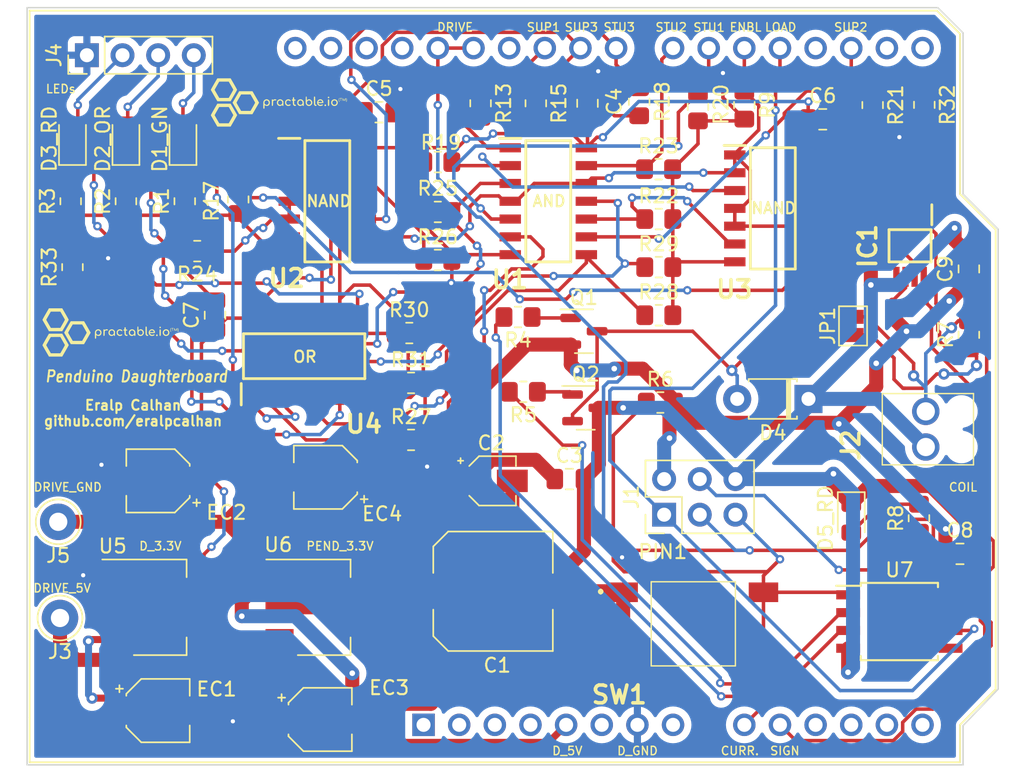
<source format=kicad_pcb>
(kicad_pcb (version 20211014) (generator pcbnew)
  (layers (0 "F.Cu" signal) (31 "B.Cu" signal) (34 "B.Paste" user) (35 "F.Paste" user) (36 "B.SilkS" user "B.Silkscreen") (37 "F.SilkS" user "F.Silkscreen") (38 "B.Mask" user) (39 "F.Mask" user) (44 "Edge.Cuts" user))
  (net 0 "")
  (net 5 "D_5V")
  (net 7 "D_GND")
  (net 9 "CURRENT_SENSE_OUT")
  (net 10 "CURRENT_SIGN_OUT")
  (net 17 "SUP_LED_2")
  (net 19 "LOAD_INPUT")
  (net 20 "STUDENT_ENABLE")
  (net 21 "STU_LED_1")
  (net 22 "STU_LED_2")
  (net 23 "STU_LED_3")
  (net 24 "SUP_LED_3")
  (net 25 "SUP_LED_1")
  (net 27 "DRIVE_INPUT")
  (net 32 "PEND_3.3V")
  (net 33 "DRIVE_GND")
  (net 34 "D_3.3V")
  (net 35 "Net-(D1-Pad1)")
  (net 36 "Net-(D1-Pad2)")
  (net 37 "Net-(D2-Pad1)")
  (net 38 "Net-(D2-Pad2)")
  (net 39 "Net-(D3-Pad1)")
  (net 40 "Net-(D3-Pad2)")
  (net 41 "Net-(D5-Pad2)")
  (net 42 "/Linear Voltage Conversion/DRIVE_5V")
  (net 43 "Net-(J1-Pad4)")
  (net 44 "Net-(J1-Pad5)")
  (net 45 "Net-(J2-Pad2)")
  (net 46 "Net-(Q1-Pad1)")
  (net 47 "Net-(Q2-Pad1)")
  (net 48 "DRIVE_OUT")
  (net 49 "LOAD_OUT")
  (net 50 "Net-(R17-Pad1)")
  (net 51 "Net-(R19-Pad1)")
  (net 52 "Net-(R22-Pad1)")
  (net 53 "Net-(R24-Pad1)")
  (net 54 "Net-(R25-Pad1)")
  (net 55 "Net-(R26-Pad1)")
  (net 56 "Net-(R27-Pad1)")
  (net 57 "Net-(R28-Pad1)")
  (net 58 "Net-(R29-Pad1)")
  (net 59 "Net-(R30-Pad1)")
  (net 60 "Net-(R31-Pad1)")
  (net 61 "Net-(R32-Pad1)")
  (net 62 "Net-(R33-Pad1)")
  (net 65 "Net-(IC1-Pad1)")
  (net 66 "Net-(IC1-Pad7)")
  (net 67 "Net-(IC1-Pad6)")
  (net 70 "Net-(IC1-Pad3)")
  (footprint "Resistor_SMD:R_0805_2012Metric_Pad1.20x1.40mm_HandSolder" (layer "F.Cu") (at 136.017 69.723 -90)
    (fp_text reference "R13")
    (fp_text value "10k")
  )
  (footprint "000_Graphics_Immo:practactable.io_text_10x4" (layer "F.Cu") (at 121.6 69.7)
    (fp_text reference "G***" hide)
    (fp_text value "LOGO" hide)
  )
  (footprint "Resistor_SMD:R_0805_2012Metric_Pad1.20x1.40mm_HandSolder" (layer "F.Cu") (at 131.064 93.726)
    (fp_text reference "R27")
    (fp_text value "10k")
  )
  (footprint "Capacitor_SMD:CP_Elec_3x5.3" (layer "F.Cu") (at 136.779 96.647)
    (fp_text reference "C2")
    (fp_text value "10u")
  )
  (footprint "Resistor_SMD:R_0805_2012Metric_Pad1.20x1.40mm_HandSolder" (layer "F.Cu") (at 130.937 86.106)
    (fp_text reference "R30")
    (fp_text value "10k")
  )
  (footprint "Resistor_SMD:R_0805_2012Metric_Pad1.20x1.40mm_HandSolder" (layer "F.Cu") (at 167.64 69.834 -90)
    (fp_text reference "R32")
    (fp_text value "10k")
  )
  (footprint "Capacitor_SMD:CP_Elec_4x5.4" (layer "F.Cu") (at 113.03 113.03)
    (fp_text reference "EC1")
    (fp_text value "10u")
  )
  (footprint "NetTie:NetTie-2_SMD_Pad0.5mm" (layer "F.Cu") (at 163.83 80.645 -90)
    (fp_text reference "NT3" hide)
    (fp_text value "NetTie_2")
  )
  (footprint "Resistor_SMD:R_0805_2012Metric_Pad1.20x1.40mm_HandSolder" (layer "F.Cu") (at 151.511 69.977 -90)
    (fp_text reference "R20")
    (fp_text value "10k")
  )
  (footprint "Resistor_SMD:R_0805_2012Metric_Pad1.20x1.40mm_HandSolder" (layer "F.Cu") (at 114.935 76.708 90)
    (fp_text reference "R1")
    (fp_text value "330")
  )
  (footprint "Package_SO:SOIC127P600X175-14N" (layer "F.Cu") (at 125.095 76.708)
    (fp_text reference "U2")
    (fp_text value "4011" hide)
  )
  (footprint "Resistor_SMD:R_0805_2012Metric_Pad1.20x1.40mm_HandSolder" (layer "F.Cu") (at 148.701 74.422)
    (fp_text reference "R23")
    (fp_text value "10k")
  )
  (footprint "Connector_Pin:Pin_D1.3mm_L11.0mm" (layer "F.Cu") (at 105.918 99.568)
    (fp_text reference "J5")
    (fp_text value "DRIVE_GND")
  )
  (footprint "Resistor_SMD:R_0805_2012Metric_Pad1.20x1.40mm_HandSolder" (layer "F.Cu") (at 110.744 76.708 90)
    (fp_text reference "R2")
    (fp_text value "330")
  )
  (footprint "Resistor_SMD:R_0805_2012Metric_Pad1.20x1.40mm_HandSolder" (layer "F.Cu") (at 170.815 86.233 90)
    (fp_text reference "R7")
    (fp_text value "10R")
  )
  (footprint "Resistor_SMD:R_0805_2012Metric_Pad1.20x1.40mm_HandSolder" (layer "F.Cu") (at 148.717 77.978)
    (fp_text reference "R22")
    (fp_text value "10k")
  )
  (footprint "Package_SO:SOIC-8W_5.3x5.3mm_P1.27mm" (layer "F.Cu") (at 165.862 106.68)
    (fp_text reference "U7")
    (fp_text value "ATtiny85-20S")
  )
  (footprint "LED_SMD:LED_0805_2012Metric_Pad1.15x1.40mm_HandSolder" (layer "F.Cu") (at 106.934 72.263 90)
    (fp_text reference "D3_RD")
    (fp_text value "LED")
  )
  (footprint "Capacitor_SMD:C_0805_2012Metric_Pad1.18x1.45mm_HandSolder" (layer "F.Cu") (at 117.094 84.836 90)
    (fp_text reference "C7")
    (fp_text value "0.1uF")
  )
  (footprint "NetTie:NetTie-2_SMD_Pad0.5mm" (layer "F.Cu") (at 165.354 84.328 -90)
    (fp_text reference "NT2" hide)
    (fp_text value "NetTie_2")
  )
  (footprint "Resistor_SMD:R_0805_2012Metric_Pad1.20x1.40mm_HandSolder" (layer "F.Cu") (at 132.969 73.914 180)
    (fp_text reference "R19")
    (fp_text value "10k")
  )
  (footprint "Connector_PinHeader_2.54mm:PinHeader_2x03_P2.54mm_Vertical" (layer "F.Cu") (at 149.098 99.06 90)
    (fp_text reference "J1")
    (fp_text value "AVR-ISP-6")
  )
  (footprint "Audio_Module:Infineon Motor Sheild hiddenPins" (layer "F.Cu") (at 112.268 94.361 90)
    (fp_text reference "A1" hide)
    (fp_text value "Infineon Motor Shield MOD" hide)
  )
  (footprint "LED_SMD:LED_0805_2012Metric_Pad1.15x1.40mm_HandSolder" (layer "F.Cu") (at 110.744 72.263 90)
    (fp_text reference "D2_OR")
    (fp_text value "LED")
  )
  (footprint "Package_TO_SOT_SMD:SOT-23" (layer "F.Cu") (at 143.383 85.979)
    (fp_text reference "Q1")
    (fp_text value "BC858W")
  )
  (footprint "Jumper:SolderJumper-2_P1.3mm_Open_Pad1.0x1.5mm" (layer "F.Cu") (at 162.56 85.598 90)
    (fp_text reference "JP1")
    (fp_text value "Shunt Bypass")
  )
  (footprint "Resistor_SMD:R_0805_2012Metric_Pad1.20x1.40mm_HandSolder" (layer "F.Cu") (at 148.717 84.836)
    (fp_text reference "R28")
    (fp_text value "10k")
  )
  (footprint "Resistor_SMD:R_0805_2012Metric_Pad1.20x1.40mm_HandSolder" (layer "F.Cu") (at 106.934 81.407 90)
    (fp_text reference "R33")
    (fp_text value "10k")
  )
  (footprint "Resistor_SMD:R_0805_2012Metric_Pad1.20x1.40mm_HandSolder" (layer "F.Cu") (at 139.065 90.297 180)
    (fp_text reference "R5")
    (fp_text value "2k2")
  )
  (footprint "Resistor_SMD:R_0805_2012Metric_Pad1.20x1.40mm_HandSolder" (layer "F.Cu") (at 131.064 89.662)
    (fp_text reference "R31")
    (fp_text value "10k")
  )
  (footprint "Package_SO:SOIC127P600X175-14N" (layer "F.Cu") (at 140.843 76.708)
    (fp_text reference "U1")
    (fp_text value "4081" hide)
  )
  (footprint "Connector_Molex:RSPROPenduinoTerminal" (layer "F.Cu") (at 167.744 94.234 90)
    (fp_text reference "J2")
    (fp_text value "Coil" hide)
  )
  (footprint "LED_SMD:LED_0805_2012Metric_Pad1.15x1.40mm_HandSolder" (layer "F.Cu") (at 162.433 99.314 -90)
    (fp_text reference "D5_RD")
    (fp_text value "LED")
  )
  (footprint "Resistor_SMD:R_0805_2012Metric_Pad1.20x1.40mm_HandSolder" (layer "F.Cu") (at 115.824 80.264 180)
    (fp_text reference "R24")
    (fp_text value "10k")
  )
  (footprint "Capacitor_SMD:CP_Elec_4x5.4" (layer "F.Cu") (at 124.587 113.665)
    (fp_text reference "EC3")
    (fp_text value "10u")
  )
  (footprint "Resistor_SMD:R_0805_2012Metric_Pad1.20x1.40mm_HandSolder" (layer "F.Cu") (at 148.828 91.059)
    (fp_text reference "R6")
    (fp_text value "100k")
  )
  (footprint "Resistor_SMD:R_0805_2012Metric_Pad1.20x1.40mm_HandSolder" (layer "F.Cu") (at 148.717 81.407)
    (fp_text reference "R29")
    (fp_text value "10k")
  )
  (footprint "Resistor_SMD:R_0805_2012Metric_Pad1.20x1.40mm_HandSolder" (layer "F.Cu") (at 132.969 77.47 180)
    (fp_text reference "R25")
    (fp_text value "10k")
  )
  (footprint "Capacitor_SMD:C_0805_2012Metric_Pad1.18x1.45mm_HandSolder" (layer "F.Cu") (at 128.778 70.358)
    (fp_text reference "C5")
    (fp_text value "0.1uF")
  )
  (footprint "Resistor_SMD:R_0805_2012Metric_Pad1.20x1.40mm_HandSolder" (layer "F.Cu") (at 163.957 69.85 -90)
    (fp_text reference "R21")
    (fp_text value "10k")
  )
  (footprint "Resistor_SMD:R_0805_2012Metric_Pad1.20x1.40mm_HandSolder" (layer "F.Cu") (at 118.745 76.581 -90)
    (fp_text reference "R17")
    (fp_text value "10k")
  )
  (footprint "Resistor_SMD:R_0805_2012Metric_Pad1.20x1.40mm_HandSolder" (layer "F.Cu") (at 106.807 76.708 90)
    (fp_text reference "R3")
    (fp_text value "680")
  )
  (footprint "Resistor_SMD:R_0805_2012Metric_Pad1.20x1.40mm_HandSolder" (layer "F.Cu") (at 154.813 69.85 -90)
    (fp_text reference "R9")
    (fp_text value "10k")
  )
  (footprint "Connector_Pin:Pin_D1.3mm_L11.0mm" (layer "F.Cu") (at 106.045 106.426)
    (fp_text reference "J3")
    (fp_text value "DRIVE_5V")
  )
  (footprint "LED_SMD:LED_0805_2012Metric_Pad1.15x1.40mm_HandSolder" (layer "F.Cu") (at 114.808 72.263 90)
    (fp_text reference "D1_GN")
    (fp_text value "LED")
  )
  (footprint "Capacitor_SMD:C_0805_2012Metric_Pad1.18x1.45mm_HandSolder" (layer "F.Cu") (at 160.401 70.866)
    (fp_text reference "C6")
    (fp_text value "0.1uF")
  )
  (footprint "Package_TO_SOT_SMD:SOT-223-3_TabPin2" (layer "F.Cu") (at 113.157 105.664)
    (fp_text reference "U5")
    (fp_text value "AMS1117-3.3")
  )
  (footprint "Capacitor_SMD:CP_Elec_4x5.4" (layer "F.Cu") (at 113.03 96.647 180)
    (fp_text reference "EC2")
    (fp_text value "10u")
  )
  (footprint "Capacitor_SMD:C_0805_2012Metric_Pad1.18x1.45mm_HandSolder" (layer "F.Cu") (at 170.18 101.854)
    (fp_text reference "C8")
    (fp_text value "100nF")
  )
  (footprint "Resistor_SMD:R_0805_2012Metric_Pad1.20x1.40mm_HandSolder" (layer "F.Cu") (at 138.684 84.963 180)
    (fp_text reference "R4")
    (fp_text value "2k2")
  )
  (footprint "Capacitor_SMD:C_0805_2012Metric_Pad1.18x1.45mm_HandSolder" (layer "F.Cu") (at 142.3455 96.52)
    (fp_text reference "C3")
    (fp_text value "0.1u")
  )
  (footprint "Capacitor_SMD:C_0805_2012Metric_Pad1.18x1.45mm_HandSolder" (layer "F.Cu") (at 170.815 81.534 90)
    (fp_text reference "C9")
    (fp_text value "0.1uF")
  )
  (footprint "Diode_THT:D_T-1_P5.08mm_Horizontal" (layer "F.Cu") (at 159.385 90.805 180)
    (fp_text reference "D4")
    (fp_text value "1N4002")
  )
  (footprint "Connector_PinHeader_2.54mm:PinHeader_1x04_P2.54mm_Vertical" (layer "F.Cu") (at 107.96 66.294 90)
    (fp_text reference "J4")
    (fp_text value "Conn_01x04" hide)
  )
  (footprint "Package_TO_SOT_SMD:SOT-23" (layer "F.Cu") (at 143.51 91.44)
    (fp_text reference "Q2")
    (fp_text value "BD911")
  )
  (footprint "Package_TO_SOT_SMD:SOT-223-3_TabPin2" (layer "F.Cu") (at 124.841 105.664)
    (fp_text reference "U6")
    (fp_text value "AMS1117-3.3")
  )
  (footprint "Resistor_SMD:R_0805_2012Metric_Pad1.20x1.40mm_HandSolder" (layer "F.Cu") (at 139.954 69.723 -90)
    (fp_text reference "R15")
    (fp_text value "10k")
  )
  (footprint "Package_SO:SOIC127P600X175-14N" (layer "F.Cu") (at 123.444 87.757 90)
    (fp_text reference "U4")
    (fp_text value "4071" hide)
  )
  (footprint "000_Graphics_Immo:practactable.io_text_10x4" (layer "F.Cu") (at 109.6 86.1)
    (fp_text reference "G***" hide)
    (fp_text value "LOGO" hide)
  )
  (footprint "NetTie:NetTie-2_SMD_Pad0.5mm" (layer "F.Cu") (at 166.243 74.93 -90)
    (fp_text reference "NT1" hide)
    (fp_text value "NetTie_2")
  )
  (footprint "Capacitor_SMD:CP_Elec_4x5.4" (layer "F.Cu") (at 124.968 96.393 180)
    (fp_text reference "EC4")
    (fp_text value "10u")
  )
  (footprint "Sensor_Current:SOP65P490X110-8N" (layer "F.Cu") (at 166.624 79.883 -90)
    (fp_text reference "IC1")
    (fp_text value "MAX9928FAUA+" hide)
  )
  (footprint "Package_SO:SOIC127P600X175-14N" (layer "F.Cu") (at 156.845 77.216)
    (fp_text reference "U3")
    (fp_text value "4011" hide)
  )
  (footprint "Capacitor_SMD:C_Elec_8x10.2" (layer "F.Cu") (at 136.906 104.521)
    (fp_text reference "C1")
    (fp_text value "470u")
  )
  (footprint "Button_Switch_SMD:13019319" (layer "F.Cu") (at 150.327 106.843)
    (fp_text reference "SW1")
    (fp_text value "SW_Push" hide)
  )
  (footprint "Resistor_SMD:R_0805_2012Metric_Pad1.20x1.40mm_HandSolder" (layer "F.Cu") (at 167.259 99.314 90)
    (fp_text reference "R8")
    (fp_text value "680")
  )
  (footprint "Capacitor_SMD:C_0805_2012Metric_Pad1.18x1.45mm_HandSolder" (layer "F.Cu") (at 143.637 69.723 90)
    (fp_text reference "C4")
    (fp_text value "0.1uF")
  )
  (footprint "Resistor_SMD:R_0805_2012Metric_Pad1.20x1.40mm_HandSolder" (layer "F.Cu") (at 147.32 69.612 -90)
    (fp_text reference "R18")
    (fp_text value "10k")
  )
  (footprint "Resistor_SMD:R_0805_2012Metric_Pad1.20x1.40mm_HandSolder" (layer "F.Cu") (at 132.969 80.899)
    (fp_text reference "R26")
    (fp_text value "10k")
  )
  (gr_line (start 172.9 111.5) (end 172.9 78.7) (layer "Edge.Cuts") (width 0.1))
  (gr_line (start 168.6 62.9) (end 103.7 62.9) (layer "Edge.Cuts") (width 0.1))
  (gr_line (start 103.7 62.9) (end 103.7 116.9) (layer "Edge.Cuts") (width 0.1))
  (gr_line (start 170.4 64.7) (end 168.6 62.9) (layer "Edge.Cuts") (width 0.1))
  (gr_line (start 170.4 114.1) (end 172.9 111.5) (layer "Edge.Cuts") (width 0.1))
  (gr_line (start 170.4 76.2) (end 170.4 64.7) (layer "Edge.Cuts") (width 0.1))
  (gr_line (start 103.7 116.9) (end 170.4 116.9) (layer "Edge.Cuts") (width 0.1))
  (gr_line (start 172.9 78.7) (end 170.4 76.2) (layer "Edge.Cuts") (width 0.1))
  (gr_line (start 170.4 116.9) (end 170.4 114.1) (layer "Edge.Cuts") (width 0.1))
  (gr_text "D_3.3V" (at 113.2 101.3) (layer "F.SilkS") (effects (font (size 0.6 0.6) (thickness 0.1))))
  (gr_text "STU3" (at 145.9 64.3) (layer "F.SilkS") (effects (font (size 0.6 0.6) (thickness 0.1))))
  (gr_text "DRIVE_5V" (at 106.2 104.3) (layer "F.SilkS") (effects (font (size 0.6 0.6) (thickness 0.1))))
  (gr_text "DRIVE_GND" (at 106.6 97.1) (layer "F.SilkS") (effects (font (size 0.6 0.6) (thickness 0.1))))
  (gr_text "NAND" (at 156.9 77.2) (layer "F.SilkS") (effects (font (size 0.8 0.8))))
  (gr_text "LEDs" (at 106.1 68.7) (layer "F.SilkS") (effects (font (size 0.6 0.6) (thickness 0.1))))
  (gr_text "PIN1" (at 149 101.7) (layer "F.SilkS") (effects (font (size 1 1))))
  (gr_text "CURR." (at 154.5 115.9) (layer "F.SilkS") (effects (font (size 0.6 0.6) (thickness 0.1))))
  (gr_text "D_5V" (at 142.2 115.9) (layer "F.SilkS") (effects (font (size 0.6 0.6) (thickness 0.1))))
  (gr_text "AND" (at 140.9 76.7) (layer "F.SilkS") (effects (font (size 0.8 0.8))))
  (gr_text "PEND_3.3V" (at 126 101.3) (layer "F.SilkS") (effects (font (size 0.6 0.6) (thickness 0.1))))
  (gr_text "SUP1" (at 140.5 64.3) (layer "F.SilkS") (effects (font (size 0.6 0.6) (thickness 0.1))))
  (gr_text "SUP3" (at 143.2 64.3) (layer "F.SilkS") (effects (font (size 0.6 0.6) (thickness 0.1))))
  (gr_text "STU2\n" (at 149.6 64.3) (layer "F.SilkS") (effects (font (size 0.6 0.6) (thickness 0.1))))
  (gr_text "SUP2\n" (at 162.4 64.3) (layer "F.SilkS") (effects (font (size 0.6 0.6) (thickness 0.1))))
  (gr_text "D_GND" (at 147.2 115.9) (layer "F.SilkS") (effects (font (size 0.6 0.6) (thickness 0.1))))
  (gr_text "ENBL" (at 154.9 64.3) (layer "F.SilkS") (effects (font (size 0.6 0.6) (thickness 0.1))))
  (gr_text "DRIVE" (at 134.2 64.3) (layer "F.SilkS") (effects (font (size 0.6 0.6) (thickness 0.1))))
  (gr_text "Penduino Daughterboard" (at 111.5 89.2) (layer "F.SilkS") (effects (font (size 0.8 0.7) (thickness 0.14) italic)))
  (gr_text "COIL" (at 170.4 97.1) (layer "F.SilkS") (effects (font (size 0.6 0.6) (thickness 0.1))))
  (gr_text "SIGN" (at 157.7 115.9) (layer "F.SilkS") (effects (font (size 0.6 0.6) (thickness 0.1))))
  (gr_text "STU1\n\n" (at 152.3 64.8) (layer "F.SilkS") (effects (font (size 0.6 0.6) (thickness 0.1))))
  (gr_text "OR" (at 123.5 87.8) (layer "F.SilkS") (effects (font (size 0.8 0.8))))
  (gr_text "NAND" (at 125.2 76.7) (layer "F.SilkS") (effects (font (size 0.8 0.8))))
  (gr_text "Eralp Calhan\ngithub.com/eralpcalhan\n" (at 111.252 91.821) (layer "F.SilkS") (effects (font (size 0.7 0.7))))
  (gr_text "LOAD" (at 157.4 64.3) (layer "F.SilkS") (effects (font (size 0.6 0.6) (thickness 0.1))))
  (segment (start 140.863489 115.295511) (end 113.495511 115.295511) (width 0.5) (layer "F.Cu") (net 5))
  (segment (start 108.19 107.964) (end 108.077 108.077) (width 0.5) (layer "F.Cu") (net 5))
  (segment (start 113.495511 115.295511) (end 111.23 113.03) (width 0.5) (layer "F.Cu") (net 5))
  (segment (start 110.007 107.964) (end 108.19 107.964) (width 0.5) (layer "F.Cu") (net 5))
  (segment (start 108.331 112.141) (end 110.341 112.141) (width 0.5) (layer "F.Cu") (net 5))
  (segment (start 142.113 114.046) (end 140.863489 115.295511) (width 0.5) (layer "F.Cu") (net 5))
  (segment (start 110.341 112.141) (end 111.23 113.03) (width 0.5) (layer "F.Cu") (net 5))
  (via (at 108.331 112.141) (size 0.8) (drill 0.4) (layers "F.Cu" "B.Cu") (net 5))
  (via (at 108.077 108.077) (size 0.8) (drill 0.4) (layers "F.Cu" "B.Cu") (net 5))
  (segment (start 108.077 111.887) (end 108.331 112.141) (width 0.5) (layer "B.Cu") (net 5))
  (segment (start 108.077 108.077) (end 108.077 111.887) (width 0.5) (layer "B.Cu") (net 5))
  (segment (start 131.937 89.535) (end 132.064 89.662) (width 0.25) (layer "F.Cu") (net 7))
  (segment (start 121.3705 80.518) (end 118.745 77.8925) (width 0.25) (layer "F.Cu") (net 7))
  (segment (start 141.5995 70.723) (end 139.954 70.723) (width 0.25) (layer "F.Cu") (net 7))
  (segment (start 134.35 80.518) (end 133.969 80.899) (width 0.25) (layer "F.Cu") (net 7))
  (segment (start 145.5635 70.612) (end 143.637 68.6855) (width 0.25) (layer "F.Cu") (net 7))
  (segment (start 131.03948 90.68652) (end 132.064 89.662) (width 0.25) (layer "F.Cu") (net 7))
  (segment (start 149.717 77.978) (end 149.717 81.407) (width 0.25) (layer "F.Cu") (net 7))
  (segment (start 111.23 96.647) (end 110.147 96.647) (width 0.25) (layer "F.Cu") (net 7))
  (segment (start 131.969 73.914) (end 131.969 77.47) (width 0.25) (layer "F.Cu") (net 7))
  (segment (start 154.813 70.85) (end 154.686 70.977) (width 0.25) (layer "F.Cu") (net 7))
  (segment (start 122.383 80.518) (end 121.3705 80.518) (width 0.25) (layer "F.Cu") (net 7))
  (segment (start 154.133 81.026) (end 150.098 81.026) (width 0.25) (layer "F.Cu") (net 7))
  (segment (start 118.745 77.8925) (end 118.745 77.581) (width 0.25) (layer "F.Cu") (net 7))
  (segment (start 114.935 77.708) (end 118.618 77.708) (width 0.25) (layer "F.Cu") (net 7))
  (segment (start 106.807 77.708) (end 106.807 80.28) (width 0.25) (layer "F.Cu") (net 7))
  (segment (start 117.094 83.7985) (end 114.824 81.5285) (width 0.25) (layer "F.Cu") (net 7))
  (segment (start 131.937 86.106) (end 131.937 89.535) (width 0.25) (layer "F.Cu") (net 7))
  (segment (start 139.954 70.723) (end 136.017 70.723) (width 0.25) (layer "F.Cu") (net 7))
  (segment (start 138.131 80.518) (end 134.35 80.518) (width 0.25) (layer "F.Cu") (net 7))
  (segment (start 110.007 103.364) (end 107.71 103.364) (width 0.25) (layer "F.Cu") (net 7))
  (segment (start 109.109 80.407) (end 109.474 80.772) (width 0.25) (layer "F.Cu") (net 7))
  (segment (start 154.813 70.85) (end 153.289 69.326) (width 0.25) (layer "F.Cu") (net 7))
  (segment (start 143.637 68.6855) (end 143.637 68.199) (width 0.25) (layer "F.Cu") (net 7))
  (segment (start 151.511 72.612) (end 149.701 74.422) (width 0.25) (layer "F.Cu") (net 7))
  (segment (start 151.511 70.977) (end 151.511 72.612) (width 0.25) (layer "F.Cu") (net 7))
  (segment (start 131.969 78.375) (end 134.62 81.026) (width 0.25) (layer "F.Cu") (net 7))
  (segment (start 167.64 70.834) (end 167.624 70.85) (width 0.25) (layer "F.Cu") (net 7))
  (segment (start 133.969 82.494703) (end 133.924203 82.5395) (width 0.25) (layer "F.Cu") (net 7))
  (segment (start 132.064 95.488) (end 132.207 95.631) (width 0.25) (layer "F.Cu") (net 7))
  (segment (start 114.935 77.708) (end 114.935 80.153) (width 0.25) (layer "F.Cu") (net 7))
  (segment (start 127.254 90.469) (end 127.47152 90.68652) (width 0.25) (layer "F.Cu") (net 7))
  (segment (start 143.637 68.199) (end 144.399 67.437) (width 0.25) (layer "F.Cu") (net 7))
  (segment (start 110.744 77.708) (end 114.935 77.708) (width 0.25) (layer "F.Cu") (net 7))
  (segment (start 132.064 89.662) (end 132.064 93.726) (width 0.25) (layer "F.Cu") (net 7))
  (segment (start 107.71 103.364) (end 107.696 103.378) (width 0.25) (layer "F.Cu") (net 7))
  (segment (start 129.8155 70.358) (end 129.8155 69.1935) (width 0.25) (layer "F.Cu") (net 7))
  (segment (start 150.098 81.026) (end 149.717 81.407) (width 0.25) (layer "F.Cu") (net 7))
  (segment (start 133.969 80.899) (end 133.969 82.494703) (width 0.25) (layer "F.Cu") (net 7))
  (segment (start 118.618 77.708) (end 118.745 77.581) (width 0.25) (layer "F.Cu") (net 7))
  (segment (start 167.64 70.834) (end 166.338 72.136) (width 0.25) (layer "F.Cu") (net 7))
  (segment (start 161.4545 70.85) (end 161.4385 70.866) (width 0.25) (layer "F.Cu") (net 7))
  (segment (start 167.624 70.85) (end 163.957 70.85) (width 0.25) (layer "F.Cu") (net 7))
  (segment (start 149.717 81.407) (end 149.717 84.836) (width 0.25) (layer "F.Cu") (net 7))
  (segment (start 127.47152 90.68652) (end 131.03948 90.68652) (width 0.25) (layer "F.Cu") (net 7))
  (segment (start 163.957 70.85) (end 161.4545 70.85) (width 0.25) (layer "F.Cu") (net 7))
  (segment (start 110.147 96.647) (end 109 95.5) (width 0.25) (layer "F.Cu") (net 7))
  (segment (start 149.701 77.962) (end 149.717 77.978) (width 0.25) (layer "F.Cu") (net 7))
  (segment (start 129.8155 69.1935) (end 130.302 68.707) (width 0.25) (layer "F.Cu") (net 7))
  (segment (start 114.824 81.5285) (end 114.824 80.264) (width 0.25) (layer "F.Cu") (net 7))
  (segment (start 143.637 68.6855) (end 141.5995 70.723) (width 0.25) (layer "F.Cu") (net 7))
  (segment (start 149.701 74.422) (end 149.701 77.962) (width 0.25) (layer "F.Cu") (net 7))
  (segment (start 114.935 80.153) (end 114.824 80.264) (width 0.25) (layer "F.Cu") (net 7))
  (segment (start 106.807 80.28) (end 106.934 80.407) (width 0.25) (layer "F.Cu") (net 7))
  (segment (start 106.934 80.407) (end 109.109 80.407) (width 0.25) (layer "F.Cu") (net 7))
  (segment (start 166.338 72.136) (end 165.862 72.136) (width 0.25) (layer "F.Cu") (net 7))
  (segment (start 153.289 69.326) (end 153.289 67.564) (width 0.25) (layer "F.Cu") (net 7))
  (segment (start 117.602 113.03) (end 118.364 113.792) (width 0.25) (layer "F.Cu") (net 7))
  (segment (start 132.064 93.726) (end 132.064 95.488) (width 0.25) (layer "F.Cu") (net 7))
  (segment (start 147.32 70.612) (end 145.5635 70.612) (width 0.25) (layer "F.Cu") (net 7))
  (segment (start 131.969 77.47) (end 131.969 78.375) (width 0.25) (layer "F.Cu") (net 7))
  (segment (start 114.83 113.03) (end 117.602 113.03) (width 0.25) (layer "F.Cu") (net 7))
  (segment (start 106.807 77.708) (end 110.744 77.708) (width 0.25) (layer "F.Cu") (net 7))
  (segment (start 154.686 70.977) (end 151.511 70.977) (width 0.25) (layer "F.Cu") (net 7))
  (via (at 144.399 67.437) (size 0.6) (drill 0.3) (layers "F.Cu" "B.Cu") (net 7))
  (via (at 118.364 113.792) (size 0.6) (drill 0.3) (layers "F.Cu" "B.Cu") (net 7))
  (via (at 107.696 103.378) (size 0.6) (drill 0.3) (layers "F.Cu" "B.Cu") (net 7))
  (via (at 153.289 67.564) (size 0.6) (drill 0.3) (layers "F.Cu" "B.Cu") (net 7))
  (via (at 133.924203 82.5395) (size 0.6) (drill 0.3) (layers "F.Cu" "B.Cu") (net 7))
  (via (at 132.207 95.631) (size 0.6) (drill 0.3) (layers "F.Cu" "B.Cu") (net 7))
  (via (at 109 95.5) (size 0.6) (drill 0.3) (layers "F.Cu" "B.Cu") (net 7))
  (via (at 109.474 80.772) (size 0.6) (drill 0.3) (layers "F.Cu" "B.Cu") (net 7))
  (via (at 130.302 68.707) (size 0.6) (drill 0.3) (layers "F.Cu" "B.Cu") (net 7))
  (via (at 165.862 72.136) (size 0.6) (drill 0.3) (layers "F.Cu" "B.Cu") (net 7))
  (segment (start 167.599 82.095) (end 167.833511 82.329511) (width 0.25) (layer "F.Cu") (net 9))
  (segment (start 167.833511 82.329511) (end 167.833511 84.013511) (width 0.25) (layer "F.Cu") (net 9))
  (segment (start 171.947088 106.935563) (end 171.947088 108.214912) (width 0.25) (layer "F.Cu") (net 9))
  (segment (start 171.947088 108.214912) (end 167.690022 112.471978) (width 0.25) (layer "F.Cu") (net 9))
  (segment (start 167.690022 112.471978) (end 156.387022 112.471978) (width 0.25) (layer "F.Cu") (net 9))
  (segment (start 171.63549 100.646997) (end 172.12952 101.141027) (width 0.25) (layer "F.Cu") (net 9))
  (segment (start 167.833511 84.013511) (end 168.148 84.328) (width 0.25) (layer "F.Cu") (net 9))
  (segment (start 171.63549 103.061003) (end 171.63549 106.623965) (width 0.25) (layer "F.Cu") (net 9))
  (segment (start 172.12952 102.566973) (end 171.63549 103.061003) (width 0.25) (layer "F.Cu") (net 9))
  (segment (start 171.63549 106.623965) (end 171.947088 106.935563) (width 0.25) (layer "F.Cu") (net 9))
  (segment (start 172.12952 101.141027) (end 172.12952 102.566973) (width 0.25) (layer "F.Cu") (net 9))
  (segment (start 156.387022 112.471978) (end 154.813 114.046) (width 0.25) (layer "F.Cu") (net 9))
  (segment (start 168.148 84.328) (end 168.148 87.1134) (width 0.25) (layer "F.Cu") (net 9))
  (segment (start 171.635489 90.600889) (end 171.63549 100.646997) (width 0.25) (layer "F.Cu") (net 9))
  (segment (start 168.148 87.1134) (end 171.635489 90.600889) (width 0.25) (layer "F.Cu") (net 9))
  (segment (start 172.57903 102.753167) (end 172.085001 103.247196) (width 0.25) (layer "F.Cu") (net 10))
  (segment (start 168.257215 112.921489) (end 167.047211 112.921489) (width 0.25) (layer "F.Cu") (net 10))
  (segment (start 172.085 100.460803) (end 172.579031 100.954834) (width 0.25) (layer "F.Cu") (net 10))
  (segment (start 169.164 75.946) (end 172.085 78.867) (width 0.25) (layer "F.Cu") (net 10))
  (segment (start 172.57903 101.327221) (end 172.57903 102.753167) (width 0.25) (layer "F.Cu") (net 10))
  (segment (start 172.396599 106.74937) (end 172.396598 108.401106) (width 0.25) (layer "F.Cu") (net 10))
  (segment (start 171.136022 109.661682) (end 171.136021 110.042683) (width 0.25) (layer "F.Cu") (net 10))
  (segment (start 165.438789 115.170511) (end 158.477511 115.170511) (width 0.25) (layer "F.Cu") (net 10))
  (segment (start 166.097511 114.511789) (end 165.438789 115.170511) (width 0.25) (layer "F.Cu") (net 10))
  (segment (start 171.136021 110.042683) (end 168.257215 112.921489) (width 0.25) (layer "F.Cu") (net 10))
  (segment (start 172.085001 103.247196) (end 172.085 106.437771) (width 0.25) (layer "F.Cu") (net 10))
  (segment (start 158.477511 115.170511) (end 157.353 114.046) (width 0.25) (layer "F.Cu") (net 10))
  (segment (start 167.513 75.946) (end 169.164 75.946) (width 0.25) (layer "F.Cu") (net 10))
  (segment (start 166.097511 113.871189) (end 166.097511 114.511789) (width 0.25) (layer "F.Cu") (net 10))
  (segment (start 172.396598 108.401106) (end 171.136022 109.661682) (width 0.25) (layer "F.Cu") (net 10))
  (segment (start 172.579031 100.954834) (end 172.57903 101.327221) (width 0.25) (layer "F.Cu") (net 10))
  (segment (start 167.047211 112.921489) (end 166.097511 113.871189) (width 0.25) (layer "F.Cu") (net 10))
  (segment (start 172.085 106.437771) (end 172.396599 106.74937) (width 0.25) (layer "F.Cu") (net 10))
  (segment (start 166.949 76.51) (end 167.513 75.946) (width 0.25) (layer "F.Cu") (net 10))
  (segment (start 166.949 77.671) (end 166.949 76.51) (width 0.25) (layer "F.Cu") (net 10))
  (segment (start 172.085 78.867) (end 172.085 100.460803) (width 0.25) (layer "F.Cu") (net 10))
  (segment (start 162.433 67.326) (end 163.957 68.85) (width 0.25) (layer "F.Cu") (net 17))
  (segment (start 157.662912 70.683088) (end 157.662912 70.434909) (width 0.25) (layer "F.Cu") (net 17))
  (segment (start 148.59 79.248) (end 148.717 79.375) (width 0.25) (layer "F.Cu") (net 17))
  (segment (start 159.247821 68.85) (end 163.957 68.85) (width 0.25) (layer "F.Cu") (net 17))
  (segment (start 156.337 72.009) (end 157.662912 70.683088) (width 0.25) (layer "F.Cu") (net 17))
  (segment (start 162.433 65.786) (end 162.433 67.326) (width 0.25) (layer "F.Cu") (net 17))
  (segment (start 157.662912 70.434909) (end 159.247821 68.85) (width 0.25) (layer "F.Cu") (net 17))
  (segment (start 143.555 79.248) (end 148.59 79.248) (width 0.25) (layer "F.Cu") (net 17))
  (via (at 148.717 79.375) (size 0.6) (drill 0.3) (layers "F.Cu" "B.Cu") (net 17))
  (via (at 156.337 72.009) (size 0.6) (drill 0.3) (layers "F.Cu" "B.Cu") (net 17))
  (segment (start 148.971 79.375) (end 156.337 72.009) (width 0.25) (layer "B.Cu") (net 17))
  (segment (start 148.717 79.375) (end 148.971 79.375) (width 0.25) (layer "B.Cu") (net 17))
  (segment (start 157.038411 68.132589) (end 157.038411 70.2205) (width 0.25) (layer "F.Cu") (net 19))
  (segment (start 157.353 65.786) (end 157.353 67.818) (width 0.25) (layer "F.Cu") (net 19))
  (segment (start 169.512 107.315) (end 171.085 107.315) (width 0.25) (layer "F.Cu") (net 19))
  (segment (start 157.353 67.818) (end 157.038411 68.132589) (width 0.25) (layer "F.Cu") (net 19))
  (segment (start 171.085 107.315) (end 171.2 107.2) (width 0.25) (layer "F.Cu") (net 19))
  (via (at 157.038411 70.2205) (size 0.6) (drill 0.3) (layers "F.Cu" "B.Cu") (net 19))
  (via (at 171.2 107.2) (size 0.6) (drill 0.3) (layers "F.Cu" "B.Cu") (net 19))
  (segment (start 149.098 99.06) (end 161.638 111.6) (width 0.25) (layer "B.Cu") (net 19))
  (segment (start 157.038411 84.134589) (end 157.038411 70.2205) (width 0.25) (layer "B.Cu") (net 19))
  (segment (start 145.229511 90.228489) (end 145.410979 90.047021) (width 0.25) (layer "B.Cu") (net 19))
  (segment (start 145.229511 95.191511) (end 145.229511 90.228489) (width 0.25) (layer "B.Cu") (net 19))
  (segment (start 151.125979 90.047021) (end 157.038411 84.134589) (width 0.25) (layer "B.Cu") (net 19))
  (segment (start 166.8 111.6) (end 171.2 107.2) (width 0.25) (layer "B.Cu") (net 19))
  (segment (start 145.410979 90.047021) (end 151.125979 90.047021) (width 0.25) (layer "B.Cu") (net 19))
  (segment (start 149.098 99.06) (end 145.229511 95.191511) (width 0.25) (layer "B.Cu") (net 19))
  (segment (start 161.638 111.6) (end 166.8 111.6) (width 0.25) (layer "B.Cu") (net 19))
  (segment (start 139.8385 75.438) (end 143.555 75.438) (width 0.25) (layer "F.Cu") (net 20))
  (segment (start 135.255 77.089) (end 135.255 78.486) (width 0.25) (layer "F.Cu") (net 20))
  (segment (start 154.813 65.786) (end 154.813 68.85) (width 0.25) (layer "F.Cu") (net 20))
  (segment (start 138.131 76.708) (end 137.6935 76.708) (width 0.25) (layer "F.Cu") (net 20))
  (segment (start 154.813 68.85) (end 155.83752 69.87452) (width 0.25) (layer "F.Cu") (net 20))
  (segment (start 131.318 79.375) (end 131.191 79.248) (width 0.25) (layer "F.Cu") (net 20))
  (segment (start 145.161 75.057) (end 143.936 75.057) (width 0.25) (layer "F.Cu") (net 20))
  (segment (start 154.133 77.216) (end 154.133 78.486) (width 0.25) (layer "F.Cu") (net 20))
  (segment (start 138.5685 76.708) (end 139.8385 75.438) (width 0.25) (layer "F.Cu") (net 20))
  (segment (start 154.133 77.216) (end 154.5705 77.216) (width 0.25) (layer "F.Cu") (net 20))
  (segment (start 137.6935 76.708) (end 137.3125 76.327) (width 0.25) (layer "F.Cu") (net 20))
  (segment (start 155.220011 76.566489) (end 155.220011 74.493011) (width 0.25) (layer "F.Cu") (net 20))
  (segment (start 155.83752 71.625301) (end 154.133 73.329821) (width 0.25) (layer "F.Cu") (net 20))
  (segment (start 154.5705 77.216) (end 155.220011 76.566489) (width 0.25) (layer "F.Cu") (net 20))
  (segment (start 154.133 73.329821) (end 154.133 73.406) (width 0.25) (layer "F.Cu") (net 20))
  (segment (start 143.936 75.057) (end 143.555 75.438) (width 0.25) (layer "F.Cu") (net 20))
  (segment (start 137.3125 76.327) (end 136.017 76.327) (width 0.25) (layer "F.Cu") (net 20))
  (segment (start 131.191 79.248) (end 127.807 79.248) (width 0.25) (layer "F.Cu") (net 20))
  (segment (start 154.133 73.406) (end 154.133 74.676) (width 0.25) (layer "F.Cu") (net 20))
  (segment (start 158.287 78.486) (end 154.133 78.486) (width 0.25) (layer "F.Cu") (net 20))
  (segment (start 154.133 74.676) (end 151.892 74.676) (width 0.25) (layer "F.Cu") (net 20))
  (segment (start 136.017 76.327) (end 135.255 77.089) (width 0.25) (layer "F.Cu") (net 20))
  (segment (start 138.131 76.708) (end 138.5685 76.708) (width 0.25) (layer "F.Cu") (net 20))
  (segment (start 159.557 78.486) (end 159.557 79.756) (width 0.25) (layer "F.Cu") (net 20))
  (segment (start 155.83752 69.87452) (end 155.83752 71.625301) (width 0.25) (layer "F.Cu") (net 20))
  (segment (start 159.557 79.756) (end 158.287 78.486) (width 0.25) (layer "F.Cu") (net 20))
  (segment (start 155.220011 74.493011) (end 154.133 73.406) (width 0.25) (layer "F.Cu") (net 20))
  (via (at 135.255 78.486) (size 0.6) (drill 0.3) (layers "F.Cu" "B.Cu") (net 20))
  (via (at 151.892 74.676) (size 0.6) (drill 0.3) (layers "F.Cu" "B.Cu") (net 20))
  (via (at 145.161 75.057) (size 0.6) (drill 0.3) (layers "F.Cu" "B.Cu") (net 20))
  (via (at 131.318 79.375) (size 0.6) (drill 0.3) (layers "F.Cu" "B.Cu") (net 20))
  (segment (start 151.892 74.676) (end 145.542 74.676) (width 0.25) (layer "B.Cu") (net 20))
  (segment (start 145.542 74.676) (end 145.161 75.057) (width 0.25) (layer "B.Cu") (net 20))
  (segment (start 135.255 78.486) (end 134.366 79.375) (width 0.25) (layer "B.Cu") (net 20))
  (segment (start 134.366 79.375) (end 131.318 79.375) (width 0.25) (layer "B.Cu") (net 20))
  (segment (start 151.511 68.977) (end 150.114 70.374) (width 0.25) (layer "F.Cu") (net 21))
  (segment (start 152.273 65.786) (end 152.273 68.215) (width 0.25) (layer "F.Cu") (net 21))
  (segment (start 136.017 77.216) (end 136.779 77.978) (width 0.25) (layer "F.Cu") (net 21))
  (segment (start 152.273 68.215) (end 151.511 68.977) (width 0.25) (layer "F.Cu") (net 21))
  (segment (start 136.779 77.978) (end 138.131 77.978) (width 0.25) (layer "F.Cu") (net 21))
  (segment (start 150.114 70.374) (end 150.114 72.771) (width 0.25) (layer "F.Cu") (net 21))
  (via (at 150.114 72.771) (size 0.6) (drill 0.3) (layers "F.Cu" "B.Cu") (net 21))
  (via (at 136.017 77.216) (size 0.6) (drill 0.3) (layers "F.Cu" "B.Cu") (net 21))
  (segment (start 134.112 75.311) (end 136.017 77.216) (width 0.25) (layer "B.Cu") (net 21))
  (segment (start 150.114 72.771) (end 135.636 72.771) (width 0.25) (layer "B.Cu") (net 21))
  (segment (start 134.112 74.295) (end 134.112 75.311) (width 0.25) (layer "B.Cu") (net 21))
  (segment (start 135.636 72.771) (end 134.112 74.295) (width 0.25) (layer "B.Cu") (net 21))
  (segment (start 148.933001 73.189999) (end 147.701 74.422) (width 0.25) (layer "F.Cu") (net 22))
  (segment (start 148.933001 66.585999) (end 148.933001 73.189999) (width 0.25) (layer "F.Cu") (net 22))
  (segment (start 143.555 74.168) (end 147.447 74.168) (width 0.25) (layer "F.Cu") (net 22))
  (segment (start 147.447 74.168) (end 147.701 74.422) (width 0.25) (layer "F.Cu") (net 22))
  (segment (start 149.733 65.786) (end 148.933001 66.585999) (width 0.25) (layer "F.Cu") (net 22))
  (segment (start 144.098978 64.211978) (end 127.876722 64.211978) (width 0.25) (layer "F.Cu") (net 23))
  (segment (start 127.876722 64.211978) (end 126.768489 65.320211) (width 0.25) (layer "F.Cu") (net 23))
  (segment (start 145.673 66.965) (end 147.32 68.612) (width 0.25) (layer "F.Cu") (net 23))
  (segment (start 145.673 65.786) (end 145.673 66.965) (width 0.25) (layer "F.Cu") (net 23))
  (segment (start 126.768489 65.320211) (end 126.768489 68.001774) (width 0.25) (layer "F.Cu") (net 23))
  (segment (start 145.673 65.786) (end 144.098978 64.211978) (width 0.25) (layer "F.Cu") (net 23))
  (segment (start 129.286 77.978) (end 127.807 77.978) (width 0.25) (layer "F.Cu") (net 23))
  (segment (start 126.768489 68.001774) (end 126.817451 68.050736) (width 0.25) (layer "F.Cu") (net 23))
  (via (at 129.286 77.978) (size 0.6) (drill 0.3) (layers "F.Cu" "B.Cu") (net 23))
  (via (at 126.817451 68.050736) (size 0.6) (drill 0.3) (layers "F.Cu" "B.Cu") (net 23))
  (segment (start 126.817451 68.050736) (end 129.286 70.519285) (width 0.25) (layer "B.Cu") (net 23))
  (segment (start 129.286 70.519285) (end 129.286 77.978) (width 0.25) (layer "B.Cu") (net 23))
  (segment (start 129.967211 64.661489) (end 129.017511 65.611189) (width 0.25) (layer "F.Cu") (net 24))
  (segment (start 143.133 65.786) (end 142.008489 64.661489) (width 0.25) (layer "F.Cu") (net 24))
  (segment (start 142.008489 64.661489) (end 129.967211 64.661489) (width 0.25) (layer "F.Cu") (net 24))
  (segment (start 129.017511 65.611189) (end 129.017511 67.130846) (width 0.25) (layer "F.Cu") (net 24))
  (segment (start 140.196 68.723) (end 139.954 68.723) (width 0.25) (layer "F.Cu") (net 24))
  (segment (start 123.250357 72.898) (end 122.383 72.898) (width 0.25) (layer "F.Cu") (net 24))
  (segment (start 143.133 65.786) (end 140.196 68.723) (width 0.25) (layer "F.Cu") (net 24))
  (segment (start 129.017511 67.130846) (end 123.250357 72.898) (width 0.25) (layer "F.Cu") (net 24))
  (segment (start 134.99248 71.36548) (end 136.525 72.898) (width 0.25) (layer "F.Cu") (net 25))
  (segment (start 134.99248 69.74752) (end 134.99248 71.36548) (width 0.25) (layer "F.Cu") (net 25))
  (segment (start 137.656 68.723) (end 136.017 68.723) (width 0.25) (layer "F.Cu") (net 25))
  (segment (start 136.525 72.898) (end 138.131 72.898) (width 0.25) (layer "F.Cu") (net 25))
  (segment (start 136.017 68.723) (end 134.99248 69.74752) (width 0.25) (layer "F.Cu") (net 25))
  (segment (start 140.593 65.786) (end 137.656 68.723) (width 0.25) (layer "F.Cu") (net 25))
  (segment (start 146.6 101.6) (end 146.1 102.1) (width 0.25) (layer "F.Cu") (net 27))
  (segment (start 168.23048 100.955013) (end 168.28352 100.901973) (width 0.25) (layer "F.Cu") (net 27))
  (segment (start 135.513 65.786) (end 132.973 65.786) (width 0.25) (layer "F.Cu") (net 27))
  (segment (start 169.512 106.045) (end 168.987 106.045) (width 0.25) (layer "F.Cu") (net 27))
  (segment (start 168.28352 100.901973) (end 168.28352 99.726027) (width 0.25) (layer "F.Cu") (net 27))
  (segment (start 168.987 106.045) (end 168.23048 105.28848) (width 0.25) (layer "F.Cu") (net 27))
  (segment (start 155.194 101.6) (end 146.6 101.6) (width 0.25) (layer "F.Cu") (net 27))
  (segment (start 132.973 69.846) (end 132.969 69.85) (width 0.25) (layer "F.Cu") (net 27))
  (segment (start 168.28352 99.726027) (end 167.946973 99.38948) (width 0.25) (layer "F.Cu") (net 27))
  (segment (start 167.946973 99.38948) (end 164.970013 99.38948) (width 0.25) (layer "F.Cu") (net 27))
  (segment (start 164.970013 99.38948) (end 162.759493 101.6) (width 0.25) (layer "F.Cu") (net 27))
  (segment (start 168.23048 105.28848) (end 168.23048 100.955013) (width 0.25) (layer "F.Cu") (net 27))
  (segment (start 162.759493 101.6) (end 155.194 101.6) (width 0.25) (layer "F.Cu") (net 27))
  (segment (start 132.973 65.786) (end 132.973 69.846) (width 0.25) (layer "F.Cu") (net 27))
  (via (at 132.969 69.85) (size 0.6) (drill 0.3) (layers "F.Cu" "B.Cu") (net 27))
  (via (at 155.194 101.6) (size 0.6) (drill 0.3) (layers "F.Cu" "B.Cu") (net 27))
  (via (at 146.1 102.1) (size 0.6) (drill 0.3) (layers "F.Cu" "B.Cu") (net 27))
  (segment (start 145.121523 89.597511) (end 144.78 89.939034) (width 0.25) (layer "B.Cu") (net 27))
  (segment (start 155.194 101.6) (end 154.178 101.6) (width 0.25) (layer "B.Cu") (net 27))
  (segment (start 135.758322 77.840501) (end 136.005797 77.840501) (width 0.25) (layer "B.Cu") (net 27))
  (segment (start 145.756523 89.597511) (end 145.121523 89.597511) (width 0.25) (layer "B.Cu") (net 27))
  (segment (start 132.969 69.85) (end 132.969 75.051179) (width 0.25) (layer "B.Cu") (net 27))
  (segment (start 154.178 101.6) (end 151.638 99.06) (width 0.25) (layer "B.Cu") (net 27))
  (segment (start 132.969 75.051179) (end 135.758322 77.840501) (width 0.25) (layer "B.Cu") (net 27))
  (segment (start 146.36651 88.201214) (end 146.36651 88.987524) (width 0.25) (layer "B.Cu") (net 27))
  (segment (start 146.36651 88.987524) (end 145.756523 89.597511) (width 0.25) (layer "B.Cu") (net 27))
  (segment (start 136.005797 77.840501) (end 146.36651 88.201214) (width 0.25) (layer "B.Cu") (net 27))
  (segment (start 144.78 100.78) (end 146.1 102.1) (width 0.25) (layer "B.Cu") (net 27))
  (segment (start 144.78 89.939034) (end 144.78 100.78) (width 0.25) (layer "B.Cu") (net 27))
  (segment (start 161.544 92.583) (end 164.211 89.916) (width 1) (layer "F.Cu") (net 32))
  (segment (start 149.828 90.916176) (end 149.828 91.059) (width 1) (layer "F.Cu") (net 32))
  (segment (start 149.479 93.599) (end 149.479 91.408) (width 1) (layer "F.Cu") (net 32))
  (segment (start 126.768 96.393) (end 126.768 104.441) (width 1) (layer "F.Cu") (net 32))
  (segment (start 139.290176 86.929) (end 135.279 90.940176) (width 1) (layer "F.Cu") (net 32))
  (segment (start 135.279 96.647) (end 135.279 102.548) (width 1) (layer "F.Cu") (net 32))
  (segment (start 165.354 84.963) (end 166.37 85.979) (width 1) (layer "F.Cu") (net 32))
  (segment (start 169.1425 100.0975) (end 169.164 100.076) (width 1) (layer "F.Cu") (net 32))
  (segment (start 142.4455 88.3435) (end 142.875 88.773) (width 1) (layer "F.Cu") (net 32))
  (segment (start 169.1425 101.854) (end 169.1425 100.0975) (width 1) (layer "F.Cu") (net 32))
  (segment (start 136.778511 95.147489) (end 135.279 96.647) (width 1) (layer "F.Cu") (net 32))
  (segment (start 127.991 105.664) (end 132.163 105.664) (width 1) (layer "F.Cu") (net 32))
  (segment (start 149.479 91.408) (end 149.828 91.059) (width 1) (layer "F.Cu") (net 32))
  (segment (start 135.279 102.548) (end 133.306 104.521) (width 1) (layer "F.Cu") (net 32))
  (segment (start 151.273511 92.504511) (end 161.465511 92.504511) (width 1) (layer "F.Cu") (net 32))
  (segment (start 149.828 91.059) (end 151.273511 92.504511) (width 1) (layer "F.Cu") (net 32))
  (segment (start 142.4455 86.929) (end 142.4455 88.3435) (width 1) (layer "F.Cu") (net 32))
  (segment (start 139.935489 95.147489) (end 136.778511 95.147489) (width 1) (layer "F.Cu") (net 32))
  (segment (start 142.4455 86.929) (end 139.290176 86.929) (width 1) (layer "F.Cu") (net 32))
  (segment (start 170.6665 82.5715) (end 169.418 83.82) (width 1) (layer "F.Cu") (net 32))
  (segment (start 132.163 105.664) (end 133.306 104.521) (width 1) (layer "F.Cu") (net 32))
  (segment (start 165.354 84.828) (end 165.354 84.963) (width 1) (layer "F.Cu") (net 32))
  (segment (start 161.465511 92.504511) (end 161.544 92.583) (width 1) (layer "F.Cu") (net 32))
  (segment (start 170.815 82.5715) (end 170.6665 82.5715) (width 1) (layer "F.Cu") (net 32))
  (segment (start 169.1425 101.854) (end 169.1425 104.4055) (width 1) (layer "F.Cu") (net 32))
  (segment (start 169.1425 104.4055) (end 169.512 104.775) (width 1) (layer "F.Cu") (net 32))
  (segment (start 147.557824 88.646) (end 149.828 90.916176) (width 1) (layer "F.Cu") (net 32))
  (segment (start 121.691 105.664) (end 127.991 105.664) (width 1) (layer "F.Cu") (net 32))
  (segment (start 126.768 104.441) (end 127.991 105.664) (width 1) (layer "F.Cu") (net 32))
  (segment (start 141.308 96.52) (end 139.935489 95.147489) (width 1) (layer "F.Cu") (net 32))
  (segment (start 164.211 89.916) (end 164.211 88.265) (width 1) (layer "F.Cu") (net 32))
  (segment (start 135.279 90.940176) (end 135.279 96.647) (width 1) (layer "F.Cu") (net 32))
  (segment (start 145.542 88.646) (end 147.557824 88.646) (width 1) (layer "F.Cu") (net 32))
  (via (at 169.164 100.076) (size 0.8) (drill 0.4) (layers "F.Cu" "B.Cu") (net 32))
  (via (at 169.418 83.82) (size 0.8) (drill 0.4) (layers "F.Cu" "B.Cu") (net 32))
  (via (at 142.875 88.773) (size 0.8) (drill 0.4) (layers "F.Cu" "B.Cu") (net 32))
  (via (at 149.479 93.599) (size 0.8) (drill 0.4) (layers "F.Cu" "B.Cu") (net 32))
  (via (at 145.542 88.646) (size 0.8) (drill 0.4) (layers "F.Cu" "B.Cu") (net 32))
  (via (at 164.211 88.265) (size 0.8) (drill 0.4) (layers "F.Cu" "B.Cu") (net 32))
  (via (at 161.544 92.583) (size 0.8) (drill 0.4) (layers "F.Cu" "B.Cu") (net 32))
  (via (at 166.37 85.979) (size 0.8) (drill 0.4) (layers "F.Cu" "B.Cu") (net 32))
  (segment (start 149.098 93.98) (end 149.479 93.599) (width 1) (layer "B.Cu") (net 32))
  (segment (start 164.211 88.265) (end 164.211 88.138) (width 1) (layer "B.Cu") (net 32))
  (segment (start 169.164 100.076) (end 161.671 92.583) (width 1) (layer "B.Cu") (net 32))
  (segment (start 166.37 85.979) (end 167.259 85.979) (width 1) (layer "B.Cu") (net 32))
  (segment (start 145.415 88.773) (end 145.542 88.646) (width 1) (layer "B.Cu") (net 32))
  (segment (start 164.211 88.138) (end 166.37 85.979) (width 1) (layer "B.Cu") (net 32))
  (segment (start 149.098 96.52) (end 149.098 93.98) (width 1) (layer "B.Cu") (net 32))
  (segment (start 167.259 85.979) (end 169.418 83.82) (width 1) (layer "B.Cu") (net 32))
  (segment (start 161.671 92.583) (end 161.544 92.583) (width 1) (layer "B.Cu") (net 32))
  (segment (start 142.875 88.773) (end 145.415 88.773) (width 1) (layer "B.Cu") (net 32))
  (segment (start 132.480511 112.546489) (end 140.506 104.521) (width 1) (layer "F.Cu") (net 33))
  (segment (start 143.383 96.52) (end 143.383 101.644) (width 1) (layer "F.Cu") (net 33))
  (segment (start 170.810979 101.447479) (end 171.2175 101.854) (width 1) (layer "F.Cu") (net 33))
  (segment (start 161.163 97.019) (end 162.433 98.289) (width 1) (layer "F.Cu") (net 33))
  (segment (start 121.07 96.393) (end 117.895 99.568) (width 1) (layer "F.Cu") (net 33))
  (segment (start 123.168 96.393) (end 121.07 96.393) (width 1) (layer "F.Cu") (net 33))
  (segment (start 162.212 110.288) (end 162.2 110.3) (width 1) (layer "F.Cu") (net 33))
  (segment (start 162.433 98.289) (end 163.70752 97.01448) (width 1) (layer "F.Cu") (net 33))
  (segment (start 127.505511 112.546489) (end 132.480511 112.546489) (width 1) (layer "F.Cu") (net 33))
  (segment (start 169.799 78.613) (end 169.799 79.4805) (width 1) (layer "F.Cu") (net 33))
  (segment (start 168.102304 97.01448) (end 170.810979 99.723155) (width 1) (layer "F.Cu") (net 33))
  (segment (start 105.918 99.568) (end 117.895 99.568) (width 1) (layer "F.Cu") (net 33))
  (segment (start 144.4475 95.4555) (end 143.383 96.52) (width 1) (layer "F.Cu") (net 33))
  (segment (start 120.841978 103.364) (end 118.999 105.206978) (width 1) (layer "F.Cu") (net 33))
  (segment (start 138.279 102.294) (end 140.506 104.521) (width 1) (layer "F.Cu") (net 33))
  (segment (start 146.105 104.521) (end 146.177 104.593) (width 1) (layer "F.Cu") (net 33))
  (segment (start 126.387 113.665) (end 127.505511 112.546489) (width 1) (layer "F.Cu") (net 33))
  (segment (start 118.999 105.206978) (end 118.999 106.299) (width 1) (layer "F.Cu") (net 33))
  (segment (start 117.895 99.568) (end 121.691 103.364) (width 1) (layer "F.Cu") (net 33))
  (segment (start 126.873 113.179) (end 126.387 113.665) (width 1) (layer "F.Cu") (net 33))
  (segment (start 138.279 96.647) (end 138.279 102.294) (width 1) (layer "F.Cu") (net 33))
  (segment (start 162.212 108.585) (end 162.212 110.288) (width 1) (layer "F.Cu") (net 33))
  (segment (start 121.691 103.364) (end 120.841978 103.364) (width 1) (layer "F.Cu") (net 33))
  (segment (start 143.383 101.644) (end 140.506 104.521) (width 1) (layer "F.Cu") (net 33))
  (segment (start 170.810979 99.723155) (end 170.810979 101.447479) (width 1) (layer "F.Cu") (net 33))
  (segment (start 140.506 104.521) (end 146.105 104.521) (width 1) (layer "F.Cu") (net 33))
  (segment (start 144.4475 91.44) (end 146.177 91.44) (width 1) (layer "F.Cu") (net 33))
  (segment (start 163.70752 97.01448) (end 168.102304 97.01448) (width 1) (layer "F.Cu") (net 33))
  (segment (start 163.83 81.145) (end 163.83 82.677) (width 1) (layer "F.Cu") (net 33))
  (segment (start 161.163 96.139) (end 161.163 97.019) (width 1) (layer "F.Cu") (net 33))
  (segment (start 126.873 110.363) (end 126.873 113.179) (width 1) (layer "F.Cu") (net 33))
  (segment (start 169.799 79.4805) (end 170.815 80.4965) (width 1) (layer "F.Cu") (net 33))
  (segment (start 146.177 104.593) (end 146.177 109.093) (width 1) (layer "F.Cu") (net 33))
  (segment (start 144.4475 91.44) (end 144.4475 95.4555) (width 1) (layer "F.Cu") (net 33))
  (via (at 126.873 110.363) (size 0.8) (drill 0.4) (layers "F.Cu" "B.Cu") (net 33))
  (via (at 163.83 82.677) (size 0.8) (drill 0.4) (layers "F.Cu" "B.Cu") (net 33))
  (via (at 118.999 106.299) (size 0.8) (drill 0.4) (layers "F.Cu" "B.Cu") (net 33))
  (via (at 161.163 96.139) (size 0.8) (drill 0.4) (layers "F.Cu" "B.Cu") (net 33))
  (via (at 162.2 110.3) (size 0.8) (drill 0.4) (layers "F.Cu" "B.Cu") (net 33))
  (via (at 146.177 91.44) (size 0.8) (drill 0.4) (layers "F.Cu" "B.Cu") (net 33))
  (via (at 169.799 78.613) (size 0.8) (drill 0.4) (layers "F.Cu" "B.Cu") (net 33))
  (segment (start 162.56 97.536) (end 162.56 109.94) (width 1) (layer "B.Cu") (net 33))
  (segment (start 164.315 90.805) (end 167.744 94.234) (width 1) (layer "B.Cu") (net 33))
  (segment (start 118.999 106.299) (end 122.809 106.299) (width 1) (layer "B.Cu") (net 33))
  (segment (start 163.83 82.677) (end 165.735 82.677) (width 1) (layer "B.Cu") (net 33))
  (segment (start 159.385 91.313) (end 154.178 96.52) (width 1) (layer "B.Cu") (net 33))
  (segment (start 122.809 106.299) (end 126.873 110.363) (width 1) (layer "B.Cu") (net 33))
  (segment (start 163.83 82.677) (end 163.83 86.36) (width 1) (layer "B.Cu") (net 33))
  (segment (start 159.385 90.805) (end 164.315 90.805) (width 1) (layer "B.Cu") (net 33))
  (segment (start 160.782 96.52) (end 161.163 96.139) (width 1) (layer "B.Cu") (net 33))
  (segment (start 163.83 86.36) (end 159.385 90.805) (width 1) (layer "B.Cu") (net 33))
  (segment (start 159.385 90.805) (end 159.385 91.313) (width 1) (layer "B.Cu") (net 33))
  (segment (start 149.098 91.44) (end 146.177 91.44) (width 1) (layer "B.Cu") (net 33))
  (segment (start 165.735 82.677) (end 169.799 78.613) (width 1) (layer "B.Cu") (net 33))
  (segment (start 154.178 96.52) (end 149.098 91.44) (width 1) (layer "B.Cu") (net 33))
  (segment (start 154.178 96.52) (end 160.782 96.52) (width 1) (layer "B.Cu") (net 33))
  (segment (start 162.56 109.94) (end 162.2 110.3) (width 1) (layer "B.Cu") (net 33))
  (segment (start 161.163 96.139) (end 162.56 97.536) (width 1) (layer "B.Cu") (net 33))
  (segment (start 143.637 70.7605) (end 143.637 72.816) (width 0.25) (layer "F.Cu") (net 34))
  (segment (start 159.557 71.0595) (end 159.557 73.406) (width 0.25) (layer "F.Cu") (net 34))
  (segment (start 159.3635 70.866) (end 159.3635 69.6175) (width 0.25) (layer "F.Cu") (net 34))
  (segment (start 159.3635 69.6175) (end 159.385 69.596) (width 0.25) (layer "F.Cu") (net 34))
  (segment (start 144.3065 72.1465) (end 144.733233 72.1465) (width 0.25) (layer "F.Cu") (net 34))
  (segment (start 116.84 101.346) (end 116.307 101.879) (width 0.25) (layer "F.Cu") (net 34))
  (segment (start 116.124501 86.842999) (end 117.094 85.8735) (width 0.25) (layer "F.Cu") (net 34))
  (segment (start 143.555 72.898) (end 144.3065 72.1465) (width 0.25) (layer "F.Cu") (net 34))
  (segment (start 117.094 85.8735) (end 117.9225 85.045) (width 0.25) (layer "F.Cu") (net 34))
  (segment (start 123.825 82.169) (end 122.0725 82.169) (width 0.25) (layer "F.Cu") (net 34))
  (segment (start 127.807 72.898) (end 127.340478 72.898) (width 0.25) (layer "F.Cu") (net 34))
  (segment (start 159.3635 70.866) (end 159.557 71.0595) (width 0.25) (layer "F.Cu") (net 34))
  (segment (start 116.307 101.879) (end 116.307 105.664) (width 0.25) (layer "F.Cu") (net 34))
  (segment (start 134.37452 72.88948) (end 135.001 72.263) (width 0.25) (layer "F.Cu") (net 34))
  (segment (start 127.81552 72.88948) (end 134.37452 72.88948) (width 0.25) (layer "F.Cu") (net 34))
  (segment (start 110.007 105.664) (end 116.307 105.664) (width 0.25) (layer "F.Cu") (net 34))
  (segment (start 114.83 96.647) (end 116.967 96.647) (width 0.25) (layer "F.Cu") (net 34))
  (segment (start 142.539 71.882) (end 143.555 72.898) (width 0.25) (layer "F.Cu") (net 34))
  (segment (start 114.83 96.647) (end 116.124501 95.352499) (width 0.25) (layer "F.Cu") (net 34))
  (segment (start 127.340478 72.898) (end 125.349 74.889478) (width 0.25) (layer "F.Cu") (net 34))
  (segment (start 116.967 96.647) (end 117.729 97.409) (width 0.25) (layer "F.Cu") (net 34))
  (segment (start 127.807 72.898) (end 127.81552 72.88948) (width 0.25) (layer "F.Cu") (net 34))
  (segment (start 143.637 72.816) (end 143.555 72.898) (width 0.25) (layer "F.Cu") (net 34))
  (segment (start 125.349 74.889478) (end 125.349 82.296) (width 0.25) (layer "F.Cu") (net 34))
  (segment (start 136.906 71.882) (end 142.539 71.882) (width 0.25) (layer "F.Cu") (net 34))
  (segment (start 127.807 70.4245) (end 127.7405 70.358) (width 0.25) (layer "F.Cu") (net 34))
  (segment (start 117.9225 85.045) (end 119.634 85.045) (width 0.25) (layer "F.Cu") (net 34))
  (segment (start 127.807 72.898) (end 127.807 70.4245) (width 0.25) (layer "F.Cu") (net 34))
  (segment (start 116.124501 95.352499) (end 116.124501 86.842999) (width 0.25) (layer "F.Cu") (net 34))
  (segment (start 119.634 84.6075) (end 119.634 85.045) (width 0.25) (layer "F.Cu") (net 34))
  (segment (start 122.0725 82.169) (end 119.634 84.6075) (width 0.25) (layer "F.Cu") (net 34))
  (via (at 135.001 72.263) (size 0.6) (drill 0.3) (layers "F.Cu" "B.Cu") (net 34))
  (via (at 116.84 101.346) (size 0.6) (drill 0.3) (layers "F.Cu" "B.Cu") (net 34))
  (via (at 159.385 69.596) (size 0.6) (drill 0.3) (layers "F.Cu" "B.Cu") (net 34))
  (via (at 117.729 97.409) (size 0.6) (drill 0.3) (layers "F.Cu" "B.Cu") (net 34))
  (via (at 144.733233 72.1465) (size 0.6) (drill 0.3) (layers "F.Cu" "B.Cu") (net 34))
  (via (at 123.825 82.169) (size 0.6) (drill 0.3) (layers "F.Cu" "B.Cu") (net 34))
  (via (at 136.906 71.882) (size 0.6) (drill 0.3) (layers "F.Cu" "B.Cu") (net 34))
  (via (at 125.349 82.296) (size 0.6) (drill 0.3) (layers "F.Cu" "B.Cu") (net 34))
  (segment (start 135.001 72.263) (end 136.525 72.263) (width 0.25) (layer "B.Cu") (net 34))
  (segment (start 117.729 97.409) (end 117.729 100.457) (width 0.25) (layer "B.Cu") (net 34))
  (segment (start 144.734986 72.1465) (end 144.733233 72.1465) (width 0.25) (layer "B.Cu") (net 34))
  (segment (start 117.729 100.457) (end 116.84 101.346) (width 0.25) (layer "B.Cu") (net 34))
  (segment (start 125.349 82.296) (end 123.952 82.296) (width 0.25) (layer "B.Cu") (net 34))
  (segment (start 136.525 72.263) (end 136.906 71.882) (width 0.25) (layer "B.Cu") (net 34))
  (segment (start 147.285486 69.596) (end 144.734986 72.1465) (width 0.25) (layer "B.Cu") (net 34))
  (segment (start 123.952 82.296) (end 123.825 82.169) (width 0.25) (layer "B.Cu") (net 34))
  (segment (start 159.385 69.596) (end 147.285486 69.596) (width 0.25) (layer "B.Cu") (net 34))
  (segment (start 114.808 75.581) (end 114.935 75.708) (width 0.25) (layer "F.Cu") (net 35))
  (segment (start 114.808 73.288) (end 114.808 75.581) (width 0.25) (layer "F.Cu") (net 35))
  (segment (start 114.808 69.723) (end 114.808 71.238) (width 0.25) (layer "F.Cu") (net 36))
  (segment (start 120.777 92.202) (end 120.131011 91.556011) (width 0.25) (layer "F.Cu") (net 36))
  (segment (start 117.221 76.454) (end 117.221 73.651) (width 0.25) (layer "F.Cu") (net 36))
  (segment (start 122.174 90.469) (end 122.174 91.44) (width 0.25) (layer "F.Cu") (net 36))
  (segment (start 117.221 73.651) (end 114.808 71.238) (width 0.25) (layer "F.Cu") (net 36))
  (segment (start 118.984489 91.556011) (end 118.364 90.935522) (width 0.25) (layer "F.Cu") (net 36))
  (segment (start 122.174 91.44) (end 122.809 92.075) (width 0.25) (layer "F.Cu") (net 36))
  (segment (start 120.131011 91.556011) (end 118.984489 91.556011) (width 0.25) (layer "F.Cu") (net 36))
  (segment (start 118.364 90.935522) (end 118.364 88.011) (width 0.25) (layer "F.Cu") (net 36))
  (via (at 122.809 92.075) (size 0.6) (drill 0.3) (layers "F.Cu" "B.Cu") (net 36))
  (via (at 117.221 76.454) (size 0.6) (drill 0.3) (layers "F.Cu" "B.Cu") (net 36))
  (via (at 114.808 69.723) (size 0.6) (drill 0.3) (layers "F.Cu" "B.Cu") (net 36))
  (via (at 120.777 92.202) (size 0.6) (drill 0.3) (layers "F.Cu" "B.Cu") (net 36))
  (via (at 118.364 88.011) (size 0.6) (drill 0.3) (layers "F.Cu" "B.Cu") (net 36))
  (segment (start 122.809 92.075) (end 120.904 92.075) (width 0.25) (layer "B.Cu") (net 36))
  (segment (start 115.58 66.294) (end 115.58 68.951) (width 0.25) (layer "B.Cu") (net 36))
  (segment (start 120.904 92.075) (end 120.777 92.202) (width 0.25) (layer "B.Cu") (net 36))
  (segment (start 118.364 82.55) (end 118.364 77.597) (width 0.25) (layer "B.Cu") (net 36))
  (segment (start 118.364 77.597) (end 117.221 76.454) (width 0.25) (layer "B.Cu") (net 36))
  (segment (start 118.364 88.011) (end 118.364 82.55) (width 0.25) (layer "B.Cu") (net 36))
  (segment (start 115.58 68.951) (end 114.808 69.723) (width 0.25) (layer "B.Cu") (net 36))
  (segment (start 110.744 73.288) (end 110.744 75.708) (width 0.25) (layer "F.Cu") (net 37))
  (segment (start 125.984 91.948) (end 125.984 90.469) (width 0.25) (layer "F.Cu") (net 38))
  (segment (start 115.443 85.344) (end 115.443 89.789) (width 0.25) (layer "F.Cu") (net 38))
  (segment (start 110.871 71.111) (end 110.744 71.238) (width 0.25) (layer "F.Cu") (net 38))
  (segment (start 119.745 93.345) (end 117.4 91) (width 0.25) (layer "F.Cu") (net 38))
  (segment (start 115.443 90.957) (end 115.4 91) (width 0.25) (layer "F.Cu") (net 38))
  (segment (start 110.744 71.238) (end 112.522 73.016) (width 0.25) (layer "F.Cu") (net 38))
  (segment (start 113.538 83.439) (end 115.443 85.344) (width 0.25) (layer "F.Cu") (net 38))
  (segment (start 122.174 93.345) (end 119.745 93.345) (width 0.25) (layer "F.Cu") (net 38))
  (segment (start 112.522 73.016) (end 112.522 76.835) (width 0.25) (layer "F.Cu") (net 38))
  (segment (start 113.411 79.629) (end 113.411 81.534) (width 0.25) (layer "F.Cu") (net 38))
  (segment (start 115.443 89.789) (end 115.443 90.957) (width 0.25) (layer "F.Cu") (net 38))
  (segment (start 112.776 78.994) (end 113.411 79.629) (width 0.25) (layer "F.Cu") (net 38))
  (segment (start 110.871 69.977) (end 110.871 71.111) (width 0.25) (layer "F.Cu") (net 38))
  (via (at 117.4 91) (size 0.6) (drill 0.3) (layers "F.Cu" "B.Cu") (net 38))
  (via (at 112.776 78.994) (size 0.6) (drill 0.3) (layers "F.Cu" "B.Cu") (net 38))
  (via (at 122.174 93.345) (size 0.6) (drill 0.3) (layers "F.Cu" "B.Cu") (net 38))
  (via (at 110.871 69.977) (size 0.6) (drill 0.3) (layers "F.Cu" "B.Cu") (net 38))
  (via (at 112.522 76.835) (size 0.6) (drill 0.3) (layers "F.Cu" "B.Cu") (net 38))
  (via (at 125.984 91.948) (size 0.6) (drill 0.3) (layers "F.Cu" "B.Cu") (net 38))
  (via (at 115.4 91) (size 0.6) (drill 0.3) (layers "F.Cu" "B.Cu") (net 38))
  (via (at 113.411 81.534) (size 0.6) (drill 0.3) (layers "F.Cu" "B.Cu") (net 38))
  (via (at 113.538 83.439) (size 0.6) (drill 0.3) (layers "F.Cu" "B.Cu") (net 38))
  (segment (start 122.174 93.345) (end 124.587 93.345) (width 0.25) (layer "B.Cu") (net 38))
  (segment (start 115.4 91) (end 117.4 91) (width 0.25) (layer "B.Cu") (net 38))
  (segment (start 113.04 67.808) (end 110.871 69.977) (width 0.25) (layer "B.Cu") (net 38))
  (segment (start 113.411 81.534) (end 113.411 83.312) (width 0.25) (layer "B.Cu") (net 38))
  (segment (start 113.411 83.312) (end 113.538 83.439) (width 0.25) (layer "B.Cu") (net 38))
  (segment (start 124.587 93.345) (end 125.984 91.948) (width 0.25) (layer "B.Cu") (net 38))
  (segment (start 113.04 66.294) (end 113.04 67.808) (width 0.25) (layer "B.Cu") (net 38))
  (segment (start 112.522 78.74) (end 112.776 78.994) (width 0.25) (layer "B.Cu") (net 38))
  (segment (start 112.522 76.835) (end 112.522 78.74) (width 0.25) (layer "B.Cu") (net 38))
  (segment (start 106.934 73.288) (end 106.934 75.581) (width 0.25) (layer "F.Cu") (net 39))
  (segment (start 106.934 75.581) (end 106.807 75.708) (width 0.25) (layer "F.Cu") (net 39))
  (segment (start 112.903 82.677) (end 108.712 78.486) (width 0.25) (layer "F.Cu") (net 40))
  (segment (start 127.254 83.439) (end 127.381 83.312) (width 0.25) (layer "F.Cu") (net 40))
  (segment (start 108.458 72.762) (end 106.934 71.238) (width 0.25) (layer "F.Cu") (net 40))
  (segment (start 108.458 75.565) (end 108.458 72.762) (width 0.25) (layer "F.Cu") (net 40))
  (segment (start 114.554 82.677) (end 112.903 82.677) (width 0.25) (layer "F.Cu") (net 40))
  (segment (start 127.254 85.045) (end 127.254 83.439) (width 0.25) (layer "F.Cu") (net 40))
  (segment (start 107.315 69.85) (end 107.315 70.857) (width 0.25) (layer "F.Cu") (net 40))
  (segment (start 107.315 70.857) (end 106.934 71.238) (width 0.25) (layer "F.Cu") (net 40))
  (segment (start 120.65 82.55) (end 117.094 82.55) (width 0.25) (layer "F.Cu") (net 40))
  (segment (start 120.777 82.423) (end 120.65 82.55) (width 0.25) (layer "F.Cu") (net 40))
  (via (at 120.777 82.423) (size 0.6) (drill 0.3) (layers "F.Cu" "B.Cu") (net 40))
  (via (at 108.458 75.565) (size 0.6) (drill 0.3) (layers "F.Cu" "B.Cu") (net 40))
  (via (at 114.554 82.677) (size 0.6) (drill 0.3) (layers "F.Cu" "B.Cu") (net 40))
  (via (at 117.094 82.55) (size 0.6) (drill 0.3) (layers "F.Cu" "B.Cu") (net 40))
  (via (at 108.712 78.486) (size 0.6) (drill 0.3) (layers "F.Cu" "B.Cu") (net 40))
  (via (at 127.381 83.312) (size 0.6) (drill 0.3) (layers "F.Cu" "B.Cu") (net 40))
  (via (at 107.315 69.85) (size 0.6) (drill 0.3) (layers "F.Cu" "B.Cu") (net 40))
  (segment (start 121.666 83.312) (end 120.777 82.423) (width 0.25) (layer "B.Cu") (net 40))
  (segment (start 108.458 78.232) (end 108.458 75.565) (width 0.25) (layer "B.Cu") (net 40))
  (segment (start 114.681 82.55) (end 114.554 82.677) (width 0.25) (layer "B.Cu") (net 40))
  (segment (start 110.5 66.294) (end 107.315 69.479) (width 0.25) (layer "B.Cu") (net 40))
  (segment (start 107.315 69.479) (end 107.315 69.85) (width 0.25) (layer "B.Cu") (net 40))
  (segment (start 108.712 78.486) (end 108.458 78.232) (width 0.25) (layer "B.Cu") (net 40))
  (segment (start 127.381 83.312) (end 121.666 83.312) (width 0.25) (layer "B.Cu") (net 40))
  (segment (start 117.094 82.55) (end 114.681 82.55) (width 0.25) (layer "B.Cu") (net 40))
  (segment (start 164.458 98.314) (end 162.433 100.339) (width 0.25) (layer "F.Cu") (net 41))
  (segment (start 167.259 98.314) (end 164.458 98.314) (width 0.25) (layer "F.Cu") (net 41))
  (segment (start 120.241489 109.413511) (end 121.691 107.964) (width 1) (layer "F.Cu") (net 42))
  (segment (start 122.787 113.665) (end 122.787 109.06) (width 1) (layer "F.Cu") (net 42))
  (segment (start 106.045 108.264477) (end 107.194034 109.413511) (width 1) (layer "F.Cu") (net 42))
  (segment (start 107.194034 109.413511) (end 120.241489 109.413511) (width 1) (layer "F.Cu") (net 42))
  (segment (start 106.045 106.426) (end 106.045 108.264477) (width 1) (layer "F.Cu") (net 42))
  (segment (start 122.787 109.06) (end 121.691 107.964) (width 1) (layer "F.Cu") (net 42))
  (segment (start 167.259 100.314) (end 167.259 106.857) (width 0.25) (layer "F.Cu") (net 43))
  (segment (start 164.576 102.997) (end 167.259 100.314) (width 0.25) (layer "F.Cu") (net 43))
  (segment (start 161.544 102.997) (end 164.576 102.997) (width 0.25) (layer "F.Cu") (net 43))
  (segment (start 167.259 106.857) (end 168.987 108.585) (width 0.25) (layer "F.Cu") (net 43))
  (segment (start 168.987 108.585) (end 169.512 108.585) (width 0.25) (layer "F.Cu") (net 43))
  (via (at 161.544 102.997) (size 0.6) (drill 0.3) (layers "F.Cu" "B.Cu") (net 43))
  (segment (start 156.241511 97.694511) (end 161.544 102.997) (width 0.25) (layer "B.Cu") (net 43))
  (segment (start 151.638 96.52) (end 152.812511 97.694511) (width 0.25) (layer "B.Cu") (net 43))
  (segment (start 152.812511 97.694511) (end 156.241511 97.694511) (width 0.25) (layer "B.Cu") (net 43))
  (segment (start 156.177 104.593) (end 156.177 109.093) (width 0.25) (layer "F.Cu") (net 44))
  (segment (start 156.463499 103.124501) (end 157.353 102.235) (width 0.25) (layer "F.Cu") (net 44))
  (segment (start 162.03 104.593) (end 162.212 104.775) (width 0.25) (layer "F.Cu") (net 44))
  (segment (start 146.241322 103.124501) (end 156.463499 103.124501) (width 0.25) (layer "F.Cu") (net 44))
  (segment (start 147.828 91.059) (end 145.475499 93.411501) (width 0.25) (layer "F.Cu") (net 44))
  (segment (start 156.177 104.593) (end 162.03 104.593) (width 0.25) (layer "F.Cu") (net 44))
  (segment (start 156.177 103.411) (end 156.177 104.593) (width 0.25) (layer "F.Cu") (net 44))
  (segment (start 157.353 102.235) (end 156.177 103.411) (width 0.25) (layer "F.Cu") (net 44))
  (segment (start 145.475499 102.358678) (end 146.241322 103.124501) (width 0.25) (layer "F.Cu") (net 44))
  (segment (start 145.475499 93.411501) (end 145.475499 102.358678) (width 0.25) (layer "F.Cu") (net 44))
  (via (at 157.353 102.235) (size 0.6) (drill 0.3) (layers "F.Cu" "B.Cu") (net 44))
  (segment (start 154.178 99.06) (end 157.353 102.235) (width 0.25) (layer "B.Cu") (net 44))
  (segment (start 162.56 84.948) (end 163.56 84.948) (width 0.25) (layer "F.Cu") (net 45))
  (segment (start 166.243 74.43) (end 162.56 78.113) (width 0.25) (layer "F.Cu") (net 45))
  (segment (start 162.56 78.113) (end 162.56 84.948) (width 0.25) (layer "F.Cu") (net 45))
  (segment (start 166.878 88.266) (end 166.878 89.154) (width 0.25) (layer "F.Cu") (net 45))
  (segment (start 163.56 84.948) (end 166.878 88.266) (width 0.25) (layer "F.Cu") (net 45))
  (segment (start 170.815 85.233) (end 170.071735 85.233) (width 0.25) (layer "F.Cu") (net 45))
  (segment (start 170.071735 85.233) (end 169.57601 85.728725) (width 0.25) (layer "F.Cu") (net 45))
  (via (at 169.57601 85.728725) (size 0.8) (drill 0.4) (layers "F.Cu" "B.Cu") (net 45))
  (via (at 166.878 89.154) (size 0.8) (drill 0.4) (layers "F.Cu" "B.Cu") (net 45))
  (segment (start 166.878 89.154) (end 167.744 90.02) (width 0.25) (layer "B.Cu") (net 45))
  (segment (start 167.744 90.02) (end 167.744 91.694) (width 0.25) (layer "B.Cu") (net 45))
  (segment (start 167.744 91.694) (end 167.744 87.560735) (width 0.25) (layer "B.Cu") (net 45))
  (segment (start 167.744 87.560735) (end 169.57601 85.728725) (width 0.25) (layer "B.Cu") (net 45))
  (segment (start 139.684 84.963) (end 139.75 85.029) (width 0.25) (layer "F.Cu") (net 46))
  (segment (start 139.75 85.029) (end 142.4455 85.029) (width 0.25) (layer "F.Cu") (net 46))
  (segment (start 142.3795 90.297) (end 142.5725 90.49) (width 0.25) (layer "F.Cu") (net 47))
  (segment (start 140.065 90.297) (end 142.3795 90.297) (width 0.25) (layer "F.Cu") (net 47))
  (segment (start 137.684 84.963) (end 137.099411 85.547589) (width 0.25) (layer "F.Cu") (net 48))
  (segment (start 137.099411 85.547589) (end 137.099411 86.426411) (width 0.25) (layer "F.Cu") (net 48))
  (segment (start 162.212 107.315) (end 161.687 107.315) (width 0.25) (layer "F.Cu") (net 48))
  (segment (start 156.988 112.014) (end 153.162 112.014) (width 0.25) (layer "F.Cu") (net 48))
  (segment (start 161.687 107.315) (end 156.988 112.014) (width 0.25) (layer "F.Cu") (net 48))
  (via (at 137.099411 86.426411) (size 0.6) (drill 0.3) (layers "F.Cu" "B.Cu") (net 48))
  (via (at 153.162 112.014) (size 0.6) (drill 0.3) (layers "F.Cu" "B.Cu") (net 48))
  (segment (start 153.162 112.014) (end 137.414 96.266) (width 0.25) (layer "B.Cu") (net 48))
  (segment (start 137.414 86.741) (end 137.099411 86.426411) (width 0.25) (layer "B.Cu") (net 48))
  (segment (start 137.414 96.266) (end 137.414 86.741) (width 0.25) (layer "B.Cu") (net 48))
  (segment (start 141.875 94.107) (end 143.256 94.107) (width 0.25) (layer "F.Cu") (net 49))
  (segment (start 138.065 90.297) (end 141.875 94.107) (width 0.25) (layer "F.Cu") (net 49))
  (segment (start 162.212 106.045) (end 161.687 106.045) (width 0.25) (layer "F.Cu") (net 49))
  (segment (start 153.156178 111.125) (end 153.095589 111.064411) (width 0.25) (layer "F.Cu") (net 49))
  (segment (start 161.687 106.045) (end 156.607 111.125) (width 0.25) (layer "F.Cu") (net 49))
  (segment (start 156.607 111.125) (end 153.156178 111.125) (width 0.25) (layer "F.Cu") (net 49))
  (via (at 153.095589 111.064411) (size 0.6) (drill 0.3) (layers "F.Cu" "B.Cu") (net 49))
  (via (at 143.256 94.107) (size 0.6) (drill 0.3) (layers "F.Cu" "B.Cu") (net 49))
  (segment (start 143.256 100.838) (end 153.095589 110.677589) (width 0.25) (layer "B.Cu") (net 49))
  (segment (start 143.256 94.107) (end 143.256 100.838) (width 0.25) (layer "B.Cu") (net 49))
  (segment (start 153.095589 110.677589) (end 153.095589 111.064411) (width 0.25) (layer "B.Cu") (net 49))
  (segment (start 142.113 83.693) (end 138.811 83.693) (width 0.25) (layer "F.Cu") (net 50))
  (segment (start 120.158 74.168) (end 118.745 75.581) (width 0.25) (layer "F.Cu") (net 50))
  (segment (start 159.557 81.026) (end 157.525 83.058) (width 0.25) (layer "F.Cu") (net 50))
  (segment (start 120.523 76.454) (end 119.618 76.454) (width 0.25) (layer "F.Cu") (net 50))
  (segment (start 122.383 74.168) (end 120.158 74.168) (width 0.25) (layer "F.Cu") (net 50))
  (segment (start 119.618 76.454) (end 118.745 75.581) (width 0.25) (layer "F.Cu") (net 50))
  (segment (start 142.621 83.185) (end 142.113 83.693) (width 0.25) (layer "F.Cu") (net 50))
  (segment (start 157.525 83.058) (end 150.749 83.058) (width 0.25) (layer "F.Cu") (net 50))
  (via (at 142.621 83.185) (size 0.6) (drill 0.3) (layers "F.Cu" "B.Cu") (net 50))
  (via (at 150.749 83.058) (size 0.6) (drill 0.3) (layers "F.Cu" "B.Cu") (net 50))
  (via (at 138.811 83.693) (size 0.6) (drill 0.3) (layers "F.Cu" "B.Cu") (net 50))
  (via (at 120.523 76.454) (size 0.6) (drill 0.3) (layers "F.Cu" "B.Cu") (net 50))
  (segment (start 124.333 79.375) (end 121.412 76.454) (width 0.25) (layer "B.Cu") (net 50))
  (segment (start 121.412 76.454) (end 120.523 76.454) (width 0.25) (layer "B.Cu") (net 50))
  (segment (start 150.749 83.058) (end 142.748 83.058) (width 0.25) (layer "B.Cu") (net 50))
  (segment (start 142.748 83.058) (end 142.621 83.185) (width 0.25) (layer "B.Cu") (net 50))
  (segment (start 126.746 81.788) (end 124.333 79.375) (width 0.25) (layer "B.Cu") (net 50))
  (segment (start 136.906 81.788) (end 130.175 81.788) (width 0.25) (layer "B.Cu") (net 50))
  (segment (start 138.811 83.693) (end 136.906 81.788) (width 0.25) (layer "B.Cu") (net 50))
  (segment (start 130.175 81.788) (end 126.746 81.788) (width 0.25) (layer "B.Cu") (net 50))
  (segment (start 136.144 73.533) (end 136.779 74.168) (width 0.25) (layer "F.Cu") (net 51))
  (segment (start 134.223 74.168) (end 133.969 73.914) (width 0.25) (layer "F.Cu") (net 51))
  (segment (start 136.779 74.168) (end 138.131 74.168) (width 0.25) (layer "F.Cu") (net 51))
  (segment (start 154.133 75.946) (end 151.161062 75.946) (width 0.25) (layer "F.Cu") (net 51))
  (segment (start 151.161062 75.946) (end 150.880437 75.665375) (width 0.25) (layer "F.Cu") (net 51))
  (segment (start 138.131 74.168) (end 134.223 74.168) (width 0.25) (layer "F.Cu") (net 51))
  (via (at 136.144 73.533) (size 0.6) (drill 0.3) (layers "F.Cu" "B.Cu") (net 51))
  (via (at 150.880437 75.665375) (size 0.6) (drill 0.3) (layers "F.Cu" "B.Cu") (net 51))
  (segment (start 136.144 73.533) (end 138.303 75.692) (width 0.25) (layer "B.Cu") (net 51))
  (segment (start 150.853812 75.692) (end 150.880437 75.665375) (width 0.25) (layer "B.Cu") (net 51))
  (segment (start 138.303 75.692) (end 150.853812 75.692) (width 0.25) (layer "B.Cu") (net 51))
  (segment (start 146.812 77.073) (end 147.717 77.978) (width 0.25) (layer "F.Cu") (net 52))
  (segment (start 154.133 79.756) (end 153.797 79.756) (width 0.25) (layer "F.Cu") (net 52))
  (segment (start 147.717 77.978) (end 143.555 77.978) (width 0.25) (layer "F.Cu") (net 52))
  (segment (start 146.812 76.454) (end 146.812 77.073) (width 0.25) (layer "F.Cu") (net 52))
  (segment (start 153.797 79.756) (end 150.749 76.708) (width 0.25) (layer "F.Cu") (net 52))
  (via (at 150.749 76.708) (size 0.6) (drill 0.3) (layers "F.Cu" "B.Cu") (net 52))
  (via (at 146.812 76.454) (size 0.6) (drill 0.3) (layers "F.Cu" "B.Cu") (net 52))
  (segment (start 150.749 76.708) (end 150.495 76.454) (width 0.25) (layer "B.Cu") (net 52))
  (segment (start 150.495 76.454) (end 146.812 76.454) (width 0.25) (layer "B.Cu") (net 52))
  (segment (start 122.383 77.978) (end 121.158 77.978) (width 0.25) (layer "F.Cu") (net 53))
  (segment (start 122.383 76.708) (end 122.383 77.978) (width 0.25) (layer "F.Cu") (net 53))
  (segment (start 118.491 80.264) (end 116.824 80.264) (width 0.25) (layer "F.Cu") (net 53))
  (segment (start 122.383 75.438) (end 122.383 76.708) (width 0.25) (layer "F.Cu") (net 53))
  (segment (start 119.253 79.502) (end 118.491 80.264) (width 0.25) (layer "F.Cu") (net 53))
  (segment (start 121.158 77.978) (end 120.523 78.613) (width 0.25) (layer "F.Cu") (net 53))
  (via (at 120.523 78.613) (size 0.6) (drill 0.3) (layers "F.Cu" "B.Cu") (net 53))
  (via (at 119.253 79.502) (size 0.6) (drill 0.3) (layers "F.Cu" "B.Cu") (net 53))
  (segment (start 120.523 78.613) (end 120.142 78.613) (width 0.25) (layer "B.Cu") (net 53))
  (segment (start 120.142 78.613) (end 119.253 79.502) (width 0.25) (layer "B.Cu") (net 53))
  (segment (start 134.161882 83.185) (end 136.017 81.329882) (width 0.25) (layer "F.Cu") (net 54))
  (segment (start 119.634 90.469) (end 119.634 90.0315) (width 0.25) (layer "F.Cu") (net 54))
  (segment (start 136.001 75.438) (end 138.131 75.438) (width 0.25) (layer "F.Cu") (net 54))
  (segment (start 119.634 90.0315) (end 122.7975 86.868) (width 0.25) (layer "F.Cu") (net 54))
  (segment (start 133.969 78.089) (end 133.969 77.47) (width 0.25) (layer "F.Cu") (net 54))
  (segment (start 135.763 79.883) (end 133.969 78.089) (width 0.25) (layer "F.Cu") (net 54))
  (segment (start 129.794 83.185) (end 134.161882 83.185) (width 0.25) (layer "F.Cu") (net 54))
  (segment (start 122.7975 86.868) (end 128.651 86.868) (width 0.25) (layer "F.Cu") (net 54))
  (segment (start 136.017 81.329882) (end 136.017 81.1635) (width 0.25) (layer "F.Cu") (net 54))
  (segment (start 133.969 77.47) (end 136.001 75.438) (width 0.25) (layer "F.Cu") (net 54))
  (via (at 129.794 83.185) (size 0.6) (drill 0.3) (layers "F.Cu" "B.Cu") (net 54))
  (via (at 135.763 79.883) (size 0.6) (drill 0.3) (layers "F.Cu" "B.Cu") (net 54))
  (via (at 128.651 86.868) (size 0.6) (drill 0.3) (layers "F.Cu" "B.Cu") (net 54))
  (via (at 136.017 81.1635) (size 0.6) (drill 0.3) (layers "F.Cu" "B.Cu") (net 54))
  (segment (start 128.651 86.868) (end 128.651 84.328) (width 0.25) (layer "B.Cu") (net 54))
  (segment (start 136.017 80.137) (end 136.017 81.1635) (width 0.25) (layer "B.Cu") (net 54))
  (segment (start 135.763 79.883) (end 136.017 80.137) (width 0.25) (layer "B.Cu") (net 54))
  (segment (start 128.651 84.328) (end 129.794 83.185) (width 0.25) (layer "B.Cu") (net 54))
  (segment (start 127.807 74.168) (end 127.807 75.438) (width 0.25) (layer "F.Cu") (net 55))
  (segment (start 131.969 79.082493) (end 128.324507 75.438) (width 0.25) (layer "F.Cu") (net 55))
  (segment (start 128.324507 75.438) (end 127.807 75.438) (width 0.25) (layer "F.Cu") (net 55))
  (segment (start 131.588 80.518) (end 127.807 80.518) (width 0.25) (layer "F.Cu") (net 55))
  (segment (start 131.969 80.899) (end 131.588 80.518) (width 0.25) (layer "F.Cu") (net 55))
  (segment (start 131.969 80.899) (end 131.969 79.082493) (width 0.25) (layer "F.Cu") (net 55))
  (segment (start 139.573 81.534) (end 140.462 80.645) (width 0.25) (layer "F.Cu") (net 56))
  (segment (start 136.271 88.519) (end 136.271 85.979) (width 0.25) (layer "F.Cu") (net 56))
  (segment (start 132.588 96.52) (end 133.731 95.377) (width 0.25) (layer "F.Cu") (net 56))
  (segment (start 139.573 79.248) (end 138.131 79.248) (width 0.25) (layer "F.Cu") (net 56))
  (segment (start 140.462 80.645) (end 140.462 80.137) (width 0.25) (layer "F.Cu") (net 56))
  (segment (start 130.064 93.726) (end 123.576821 93.726) (width 0.25) (layer "F.Cu") (net 56))
  (segment (start 136.705098 83.058) (end 138.229098 81.534) (width 0.25) (layer "F.Cu") (net 56))
  (segment (start 131.191 96.647) (end 132.461 96.647) (width 0.25) (layer "F.Cu") (net 56))
  (segment (start 120.904 91.053179) (end 120.904 90.469) (width 0.25) (layer "F.Cu") (net 56))
  (segment (start 130.064 93.726) (end 130.064 95.52) (width 0.25) (layer "F.Cu") (net 56))
  (segment (start 136.271 83.058) (end 136.705098 83.058) (width 0.25) (layer "F.Cu") (net 56))
  (segment (start 123.576821 93.726) (end 120.904 91.053179) (width 0.25) (layer "F.Cu") (net 56))
  (segment (start 138.229098 81.534) (end 139.573 81.534) (width 0.25) (layer "F.Cu") (net 56))
  (segment (start 133.731 92.202) (end 133.731 91.059) (width 0.25) (layer "F.Cu") (net 56))
  (segment (start 133.731 95.377) (end 133.731 92.202) (width 0.25) (layer "F.Cu") (net 56))
  (segment (start 130.064 95.52) (end 131.191 96.647) (width 0.25) (layer "F.Cu") (net 56))
  (segment (start 140.462 80.137) (end 139.573 79.248) (width 0.25) (layer "F.Cu") (net 56))
  (segment (start 135.128 89.662) (end 136.271 88.519) (width 0.25) (layer "F.Cu") (net 56))
  (segment (start 133.731 91.059) (end 135.128 89.662) (width 0.25) (layer "F.Cu") (net 56))
  (segment (start 132.461 96.647) (end 132.588 96.52) (width 0.25) (layer "F.Cu") (net 56))
  (via (at 136.271 83.058) (size 0.6) (drill 0.3) (layers "F.Cu" "B.Cu") (net 56))
  (via (at 136.271 85.979) (size 0.6) (drill 0.3) (layers "F.Cu" "B.Cu") (net 56))
  (segment (start 136.271 85.979) (end 136.271 83.058) (width 0.25) (layer "B.Cu") (net 56))
  (segment (start 137.966008 83.068499) (end 133.593501 87.441006) (width 0.25) (layer "F.Cu") (net 57))
  (segment (start 123.444 90.469) (end 123.444 90.9065) (width 0.25) (layer "F.Cu") (net 57))
  (segment (start 133.593501 87.441006) (end 133.593501 90.444098) (width 0.25) (layer "F.Cu") (net 57))
  (segment (start 130.048 92.583) (end 131.318 91.313) (width 0.25) (layer "F.Cu") (net 57))
  (segment (start 143.555 80.674) (end 147.717 84.836) (width 0.25) (layer "F.Cu") (net 57))
  (segment (start 143.555 81.093) (end 141.579501 83.068499) (width 0.25) (layer "F.Cu") (net 57))
  (segment (start 133.593501 90.444098) (end 133.123556 90.914043) (width 0.25) (layer "F.Cu") (net 57))
  (segment (start 141.579501 83.068499) (end 137.966008 83.068499) (width 0.25) (layer "F.Cu") (net 57))
  (segment (start 125.1205 92.583) (end 130.048 92.583) (width 0.25) (layer "F.Cu") (net 57))
  (segment (start 143.555 80.518) (end 143.555 80.674) (width 0.25) (layer "F.Cu") (net 57))
  (segment (start 143.555 80.518) (end 143.555 81.093) (width 0.25) (layer "F.Cu") (net 57))
  (segment (start 123.444 90.9065) (end 125.1205 92.583) (width 0.25) (layer "F.Cu") (net 57))
  (via (at 133.123556 90.914043) (size 0.6) (drill 0.3) (layers "F.Cu" "B.Cu") (net 57))
  (via (at 131.318 91.313) (size 0.6) (drill 0.3) (layers "F.Cu" "B.Cu") (net 57))
  (segment (start 132.724599 91.313) (end 133.123556 90.914043) (width 0.25) (layer "B.Cu") (net 57))
  (segment (start 131.318 91.313) (end 132.724599 91.313) (width 0.25) (layer "B.Cu") (net 57))
  (segment (start 147.463 81.153) (end 147.717 81.407) (width 0.25) (layer "F.Cu") (net 58))
  (segment (start 141.224 82.042) (end 138.356803 82.042) (width 0.25) (layer "F.Cu") (net 58))
  (segment (start 128.905 88.138) (end 126.6075 88.138) (width 0.25) (layer "F.Cu") (net 58))
  (segment (start 143.555 76.708) (end 145.669 76.708) (width 0.25) (layer "F.Cu") (net 58))
  (segment (start 126.6075 88.138) (end 124.714 90.0315) (width 0.25) (layer "F.Cu") (net 58))
  (segment (start 132.969 87.429803) (end 132.969 87.63) (width 0.25) (layer "F.Cu") (net 58))
  (segment (start 138.356803 82.042) (end 132.969 87.429803) (width 0.25) (layer "F.Cu") (net 58))
  (segment (start 146.304 81.153) (end 147.463 81.153) (width 0.25) (layer "F.Cu") (net 58))
  (segment (start 145.669 76.708) (end 145.796 76.835) (width 0.25) (layer "F.Cu") (net 58))
  (segment (start 124.714 90.0315) (end 124.714 90.469) (width 0.25) (layer "F.Cu") (net 58))
  (via (at 128.905 88.138) (size 0.6) (drill 0.3) (layers "F.Cu" "B.Cu") (net 58))
  (via (at 146.304 81.153) (size 0.6) (drill 0.3) (layers "F.Cu" "B.Cu") (net 58))
  (via (at 141.224 82.042) (size 0.6) (drill 0.3) (layers "F.Cu" "B.Cu") (net 58))
  (via (at 145.796 76.835) (size 0.6) (drill 0.3) (layers "F.Cu" "B.Cu") (net 58))
  (via (at 132.969 87.63) (size 0.6) (drill 0.3) (layers "F.Cu" "B.Cu") (net 58))
  (segment (start 145.796 76.835) (end 145.796 80.645) (width 0.25) (layer "B.Cu") (net 58))
  (segment (start 145.415 82.042) (end 141.224 82.042) (width 0.25) (layer "B.Cu") (net 58))
  (segment (start 145.796 80.645) (end 146.304 81.153) (width 0.25) (layer "B.Cu") (net 58))
  (segment (start 132.461 88.138) (end 128.905 88.138) (width 0.25) (layer "B.Cu") (net 58))
  (segment (start 146.304 81.153) (end 145.415 82.042) (width 0.25) (layer "B.Cu") (net 58))
  (segment (start 132.969 87.63) (end 132.461 88.138) (width 0.25) (layer "B.Cu") (net 58))
  (segment (start 124.714 85.4825) (end 124.714 85.045) (width 0.25) (layer "F.Cu") (net 59))
  (segment (start 122.8205 79.248) (end 124.714 81.1415) (width 0.25) (layer "F.Cu") (net 59))
  (segment (start 125.363511 86.132011) (end 124.714 85.4825) (width 0.25) (layer "F.Cu") (net 59))
  (segment (start 129.937 86.106) (end 129.910989 86.132011) (width 0.25) (layer "F.Cu") (net 59))
  (segment (start 122.383 79.248) (end 122.8205 79.248) (width 0.25) (layer "F.Cu") (net 59))
  (segment (start 129.910989 86.132011) (end 125.363511 86.132011) (width 0.25) (layer "F.Cu") (net 59))
  (segment (start 124.714 81.1415) (end 124.714 85.045) (width 0.25) (layer "F.Cu") (net 59))
  (segment (start 130.86152 88.86448) (end 130.86152 85.418027) (width 0.25) (layer "F.Cu") (net 60))
  (segment (start 125.984 83.692296) (end 125.984 85.045) (width 0.25) (layer "F.Cu") (net 60))
  (segment (start 127.3695 76.708) (end 125.984 78.0935) (width 0.25) (layer "F.Cu") (net 60))
  (segment (start 127.807 76.708) (end 127.3695 76.708) (width 0.25) (layer "F.Cu") (net 60))
  (segment (start 126.988797 82.687499) (end 125.984 83.692296) (width 0.25) (layer "F.Cu") (net 60))
  (segment (start 130.86152 85.418027) (end 128.130992 82.687499) (width 0.25) (layer "F.Cu") (net 60))
  (segment (start 130.064 89.662) (end 130.86152 88.86448) (width 0.25) (layer "F.Cu") (net 60))
  (segment (start 128.130992 82.687499) (end 126.988797 82.687499) (width 0.25) (layer "F.Cu") (net 60))
  (segment (start 125.984 78.0935) (end 125.984 85.045) (width 0.25) (layer "F.Cu") (net 60))
  (segment (start 160.023522 74.676) (end 159.557 74.676) (width 0.25) (layer "F.Cu") (net 61))
  (segment (start 166.231004 73.855489) (end 160.844033 73.855489) (width 0.25) (layer "F.Cu") (net 61))
  (segment (start 159.557 74.676) (end 159.557 75.946) (width 0.25) (layer "F.Cu") (net 61))
  (segment (start 168.66452 69.85852) (end 168.66452 71.421973) (width 0.25) (layer "F.Cu") (net 61))
  (segment (start 167.64 68.834) (end 168.66452 69.85852) (width 0.25) (layer "F.Cu") (net 61))
  (segment (start 168.66452 71.421973) (end 166.231004 73.855489) (width 0.25) (layer "F.Cu") (net 61))
  (segment (start 160.844033 73.855489) (end 160.023522 74.676) (width 0.25) (layer "F.Cu") (net 61))
  (segment (start 106.934 82.407) (end 110.22 82.407) (width 0.25) (layer "F.Cu") (net 62))
  (segment (start 120.904 85.045) (end 122.174 85.045) (width 0.25) (layer "F.Cu") (net 62))
  (segment (start 120.904 85.4825) (end 119.0105 87.376) (width 0.25) (layer "F.Cu") (net 62))
  (segment (start 119.0105 87.376) (end 117.6 87.376) (width 0.25) (layer "F.Cu") (net 62))
  (segment (start 120.904 85.045) (end 120.904 85.4825) (width 0.25) (layer "F.Cu") (net 62))
  (segment (start 110.22 82.407) (end 114.681 86.868) (width 0.25) (layer "F.Cu") (net 62))
  (via (at 114.681 86.868) (size 0.6) (drill 0.3) (layers "F.Cu" "B.Cu") (net 62))
  (via (at 117.6 87.376) (size 0.6) (drill 0.3) (layers "F.Cu" "B.Cu") (net 62))
  (segment (start 114.681 86.868) (end 115.189 87.376) (width 0.25) (layer "B.Cu") (net 62))
  (segment (start 115.189 87.376) (end 117.6 87.376) (width 0.25) (layer "B.Cu") (net 62))
  (segment (start 168.724511 86.682511) (end 169.275 87.233) (width 0.25) (layer "F.Cu") (net 65))
  (segment (start 163.845 86.248) (end 164.846 87.249) (width 0.25) (layer "F.Cu") (net 65))
  (segment (start 168.470511 79.030011) (end 168.470511 84.014807) (width 0.25) (layer "F.Cu") (net 65))
  (segment (start 171.3605 87.7785) (end 171.3605 88.415204) (width 0.25) (layer "F.Cu") (net 65))
  (segment (start 165.481 87.884) (end 165.481 89.408) (width 0.25) (layer "F.Cu") (net 65))
  (segment (start 164.846 87.249) (end 165.481 87.884) (width 0.25) (layer "F.Cu") (net 65))
  (segment (start 153.924 88.773) (end 156.449 86.248) (width 0.25) (layer "F.Cu") (net 65))
  (segment (start 168.597511 84.141807) (end 168.597511 85.911193) (width 0.25) (layer "F.Cu") (net 65))
  (segment (start 167.599 78.1585) (end 168.470511 79.030011) (width 0.25) (layer "F.Cu") (net 65))
  (segment (start 151.13 85.979) (end 153.924 88.773) (width 0.25) (layer "F.Cu") (net 65))
  (segment (start 166.243 90.043) (end 167.513 90.043) (width 0.25) (layer "F.Cu") (net 65))
  (segment (start 168.724511 86.038193) (end 168.724511 86.682511) (width 0.25) (layer "F.Cu") (net 65))
  (segment (start 165.481 89.408) (end 166.116 90.043) (width 0.25) (layer "F.Cu") (net 65))
  (segment (start 162.56 86.248) (end 163.845 86.248) (width 0.25) (layer "F.Cu") (net 65))
  (segment (start 170.815 87.233) (end 171.3605 87.7785) (width 0.25) (layer "F.Cu") (net 65))
  (segment (start 167.599 77.671) (end 167.599 78.1585) (width 0.25) (layer "F.Cu") (net 65))
  (segment (start 144.3205 90.158428) (end 144.3205 85.979) (width 0.25) (layer "F.Cu") (net 65))
  (segment (start 169.275 87.233) (end 170.815 87.233) (width 0.25) (layer "F.Cu") (net 65))
  (segment (start 168.597511 85.911193) (end 168.724511 86.038193) (width 0.25) (layer "F.Cu") (net 65))
  (segment (start 156.449 86.248) (end 162.56 86.248) (width 0.25) (layer "F.Cu") (net 65))
  (segment (start 142.5725 92.39) (end 142.5725 91.906428) (width 0.25) (layer "F.Cu") (net 65))
  (segment (start 167.513 90.043) (end 168.529 89.027) (width 0.25) (layer "F.Cu") (net 65))
  (segment (start 144.3205 85.979) (end 151.13 85.979) (width 0.25) (layer "F.Cu") (net 65))
  (segment (start 166.116 90.043) (end 166.243 90.043) (width 0.25) (layer "F.Cu") (net 65))
  (segment (start 168.470511 84.014807) (end 168.597511 84.141807) (width 0.25) (layer "F.Cu") (net 65))
  (segment (start 142.5725 91.906428) (end 144.3205 90.158428) (width 0.25) (layer "F.Cu") (net 65))
  (segment (start 168.529 89.027) (end 169.037 89.027) (width 0.25) (layer "F.Cu") (net 65))
  (via (at 153.924 88.773) (size 0.8) (drill 0.4) (layers "F.Cu" "B.Cu") (net 65))
  (via (at 171.3605 88.415204) (size 0.8) (drill 0.4) (layers "F.Cu" "B.Cu") (net 65))
  (via (at 169.037 89.027) (size 0.8) (drill 0.4) (layers "F.Cu" "B.Cu") (net 65))
  (segment (start 154.305 90.805) (end 154.305 89.154) (width 0.25) (layer "B.Cu") (net 65))
  (segment (start 154.305 89.154) (end 153.924 88.773) (width 0.25) (layer "B.Cu") (net 65))
  (segment (start 170.748704 89.027) (end 171.3605 88.415204) (width 0.25) (layer "B.Cu") (net 65))
  (segment (start 169.037 89.027) (end 170.748704 89.027) (width 0.25) (layer "B.Cu") (net 65))
  (segment (start 166.949 82.095) (end 166.949 81.1325) (width 0.25) (layer "F.Cu") (net 66))
  (segment (start 166.949 81.1325) (end 165.9615 80.145) (width 0.25) (layer "F.Cu") (net 66))
  (segment (start 165.9615 80.145) (end 163.83 80.145) (width 0.25) (layer "F.Cu") (net 66))
  (segment (start 166.299 82.883) (end 165.354 83.828) (width 0.25) (layer "F.Cu") (net 67))
  (segment (start 166.299 82.095) (end 166.299 82.883) (width 0.25) (layer "F.Cu") (net 67))
  (segment (start 166.299 77.671) (end 166.299 75.486) (width 0.25) (layer "F.Cu") (net 70))
  (segment (start 166.299 75.486) (end 166.243 75.43) (width 0.25) (layer "F.Cu") (net 70))
  (zone (net 7) (net_name "D_GND") (layer "B.Cu") (connect_pads (clearance 0.508)) (min_thickness 0.254) (fill yes (thermal_gap 0.508) (thermal_bridge_width 0.508))
    (polygon (pts (xy 174.752 117.475) (xy 103.378 117.094) (xy 103.505 62.484) (xy 103.505 62.357) (xy 172.847 62.357)))
  )
)
</source>
